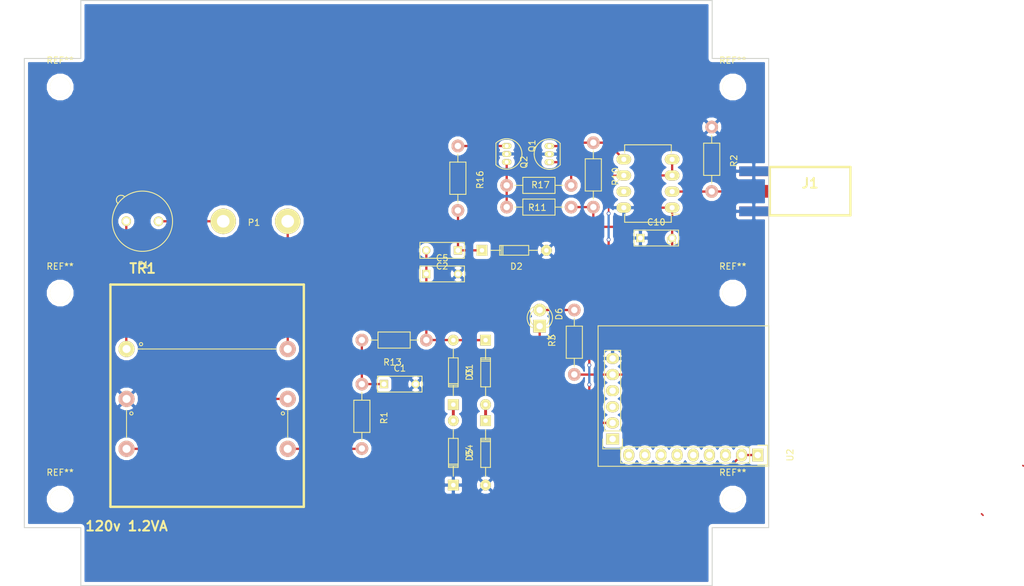
<source format=kicad_pcb>
(kicad_pcb (version 4) (host pcbnew 4.0.2-stable)

  (general
    (links 48)
    (no_connects 0)
    (area 23.952857 26.339999 185.693217 118.780001)
    (thickness 1.6)
    (drawings 12)
    (tracks 89)
    (zones 0)
    (modules 32)
    (nets 32)
  )

  (page A4)
  (layers
    (0 F.Cu signal)
    (31 B.Cu signal)
    (32 B.Adhes user)
    (33 F.Adhes user)
    (34 B.Paste user)
    (35 F.Paste user)
    (36 B.SilkS user)
    (37 F.SilkS user)
    (38 B.Mask user)
    (39 F.Mask user)
    (40 Dwgs.User user)
    (41 Cmts.User user)
    (42 Eco1.User user)
    (43 Eco2.User user)
    (44 Edge.Cuts user)
    (45 Margin user)
    (46 B.CrtYd user)
    (47 F.CrtYd user)
    (48 B.Fab user)
    (49 F.Fab user)
  )

  (setup
    (last_trace_width 0.25)
    (trace_clearance 0.2)
    (zone_clearance 0.508)
    (zone_45_only no)
    (trace_min 0.1524)
    (segment_width 0.2)
    (edge_width 0.15)
    (via_size 0.6)
    (via_drill 0.4)
    (via_min_size 0.4)
    (via_min_drill 0.3)
    (uvia_size 0.3)
    (uvia_drill 0.1)
    (uvias_allowed no)
    (uvia_min_size 0.2)
    (uvia_min_drill 0.1)
    (pcb_text_width 0.3)
    (pcb_text_size 1.5 1.5)
    (mod_edge_width 0.15)
    (mod_text_size 1 1)
    (mod_text_width 0.15)
    (pad_size 4.07162 1.99898)
    (pad_drill 0)
    (pad_to_mask_clearance 0.2)
    (aux_axis_origin 0 0)
    (grid_origin 19.05 20.32)
    (visible_elements 7FFFFFFF)
    (pcbplotparams
      (layerselection 0x00030_80000001)
      (usegerberextensions false)
      (excludeedgelayer true)
      (linewidth 0.100000)
      (plotframeref false)
      (viasonmask false)
      (mode 1)
      (useauxorigin false)
      (hpglpennumber 1)
      (hpglpenspeed 20)
      (hpglpendiameter 15)
      (hpglpenoverlay 2)
      (psnegative false)
      (psa4output false)
      (plotreference true)
      (plotvalue true)
      (plotinvisibletext false)
      (padsonsilk false)
      (subtractmaskfromsilk false)
      (outputformat 1)
      (mirror false)
      (drillshape 1)
      (scaleselection 1)
      (outputdirectory ""))
  )

  (net 0 "")
  (net 1 "Net-(C1-Pad1)")
  (net 2 GND)
  (net 3 "Net-(C2-Pad1)")
  (net 4 "Net-(D1-Pad1)")
  (net 5 "Net-(D3-Pad2)")
  (net 6 "Net-(Q1-Pad1)")
  (net 7 60PPS)
  (net 8 "Net-(Q2-Pad1)")
  (net 9 "Net-(R1-Pad2)")
  (net 10 CLAMP)
  (net 11 TRIG)
  (net 12 10MHz)
  (net 13 SERIAL_RX)
  (net 14 "Net-(P1-Pad2)")
  (net 15 "Net-(F1-Pad1)")
  (net 16 "Net-(F1-Pad2)")
  (net 17 "Net-(TR1-Pad4)")
  (net 18 +3V3)
  (net 19 "Net-(D6-Pad1)")
  (net 20 "Net-(D6-Pad2)")
  (net 21 "Net-(U1-Pad7)")
  (net 22 "Net-(U2-Pad3-3)")
  (net 23 "Net-(U2-Pad3-4)")
  (net 24 "Net-(U2-Pad3-5)")
  (net 25 "Net-(U2-Pad3-6)")
  (net 26 "Net-(U2-Pad3-7)")
  (net 27 "Net-(U2-Pad3-8)")
  (net 28 "Net-(U2-Pad3-9)")
  (net 29 "Net-(U2-Pad2-4)")
  (net 30 "Net-(U2-Pad2-3)")
  (net 31 "Net-(U2-Pad2-1)")

  (net_class Default "This is the default net class."
    (clearance 0.2)
    (trace_width 0.25)
    (via_dia 0.6)
    (via_drill 0.4)
    (uvia_dia 0.3)
    (uvia_drill 0.1)
    (add_net +3V3)
    (add_net 10MHz)
    (add_net 60PPS)
    (add_net CLAMP)
    (add_net GND)
    (add_net "Net-(C1-Pad1)")
    (add_net "Net-(C2-Pad1)")
    (add_net "Net-(D1-Pad1)")
    (add_net "Net-(D3-Pad2)")
    (add_net "Net-(D6-Pad1)")
    (add_net "Net-(D6-Pad2)")
    (add_net "Net-(F1-Pad1)")
    (add_net "Net-(F1-Pad2)")
    (add_net "Net-(P1-Pad2)")
    (add_net "Net-(Q1-Pad1)")
    (add_net "Net-(Q2-Pad1)")
    (add_net "Net-(R1-Pad2)")
    (add_net "Net-(TR1-Pad4)")
    (add_net "Net-(U1-Pad7)")
    (add_net "Net-(U2-Pad2-1)")
    (add_net "Net-(U2-Pad2-3)")
    (add_net "Net-(U2-Pad2-4)")
    (add_net "Net-(U2-Pad3-3)")
    (add_net "Net-(U2-Pad3-4)")
    (add_net "Net-(U2-Pad3-5)")
    (add_net "Net-(U2-Pad3-6)")
    (add_net "Net-(U2-Pad3-7)")
    (add_net "Net-(U2-Pad3-8)")
    (add_net "Net-(U2-Pad3-9)")
    (add_net SERIAL_RX)
    (add_net TRIG)
  )

  (module SMA_EDGE:SMA_EDGE (layer F.Cu) (tedit 571DBAD8) (tstamp 571301A0)
    (at 151.765 55.245)
    (path /57133FB1)
    (fp_text reference J1 (at 0 0) (layer F.SilkS)
      (effects (font (thickness 0.3048)))
    )
    (fp_text value SMA (at 0 2.54) (layer F.SilkS) hide
      (effects (font (thickness 0.3048)))
    )
    (fp_line (start -6.35 -2.5654) (end -6.35 5.0546) (layer F.SilkS) (width 0.381))
    (fp_line (start -6.35 5.0546) (end 6.35 5.0546) (layer F.SilkS) (width 0.381))
    (fp_line (start 6.35 5.0546) (end 6.35 -2.5654) (layer F.SilkS) (width 0.381))
    (fp_line (start 6.35 -2.5654) (end -6.35 -2.5654) (layer F.SilkS) (width 0.381))
    (pad 0 connect rect (at -8.8773 -1.89484) (size 4.572 1.524) (layers *.Cu F.Mask)
      (net 2 GND))
    (pad 1 connect trapezoid (at -6.858 1.27) (size 0.50038 0.762) (rect_delta 0.59944 0 ) (layers F.Cu F.Mask)
      (net 12 10MHz))
    (pad 2 connect rect (at -8.8773 4.42976) (size 4.572 1.524) (layers *.Cu F.Mask)
      (net 2 GND))
    (pad 1 connect rect (at -8.636 1.27) (size 4.07162 1.99898) (layers F.Cu F.Mask)
      (net 12 10MHz))
    (model SMA_EDGE.wrl
      (at (xyz -0.205 -0.05 -0.12))
      (scale (xyz 1.3 1.3 1.3))
      (rotate (xyz 270 0 180))
    )
  )

  (module Wire_Connections_Bridges:WireConnection_2.00mmDrill (layer F.Cu) (tedit 0) (tstamp 571604E2)
    (at 59.2836 61.2394)
    (descr "WireConnection with 2mm drill")
    (path /571315A0)
    (fp_text reference P1 (at 4.8514 0.2032) (layer F.SilkS)
      (effects (font (size 1 1) (thickness 0.15)))
    )
    (fp_text value CONN_01X03 (at 5.08 3.81) (layer F.Fab)
      (effects (font (size 1 1) (thickness 0.15)))
    )
    (fp_line (start 14.0716 -3.7592) (end 13.8684 -3.6576) (layer Cmts.User) (width 0.381))
    (fp_line (start 13.8684 -3.6576) (end 13.6398 -3.6576) (layer Cmts.User) (width 0.381))
    (fp_line (start 13.6398 -3.6576) (end 13.4366 -3.7592) (layer Cmts.User) (width 0.381))
    (fp_line (start 13.4366 -3.7592) (end 13.3604 -4.1148) (layer Cmts.User) (width 0.381))
    (fp_line (start 13.3604 -4.1148) (end 13.3604 -4.572) (layer Cmts.User) (width 0.381))
    (fp_line (start 13.3604 -4.572) (end 13.462 -4.6482) (layer Cmts.User) (width 0.381))
    (fp_line (start 13.462 -4.6482) (end 13.7668 -4.7244) (layer Cmts.User) (width 0.381))
    (fp_line (start 13.7668 -4.7244) (end 13.9954 -4.6736) (layer Cmts.User) (width 0.381))
    (fp_line (start 13.9954 -4.6736) (end 14.0462 -4.318) (layer Cmts.User) (width 0.381))
    (fp_line (start 14.0462 -4.318) (end 13.4366 -4.191) (layer Cmts.User) (width 0.381))
    (fp_line (start 13.4366 -4.191) (end 13.4366 -4.2418) (layer Cmts.User) (width 0.381))
    (fp_line (start 12.7508 -3.7084) (end 12.4206 -3.7084) (layer Cmts.User) (width 0.381))
    (fp_line (start 12.4206 -3.7084) (end 12.2174 -3.7084) (layer Cmts.User) (width 0.381))
    (fp_line (start 12.2174 -3.7084) (end 12.0396 -3.8608) (layer Cmts.User) (width 0.381))
    (fp_line (start 12.0396 -3.8608) (end 12.0396 -4.2418) (layer Cmts.User) (width 0.381))
    (fp_line (start 12.0396 -4.2418) (end 12.1412 -4.572) (layer Cmts.User) (width 0.381))
    (fp_line (start 12.1412 -4.572) (end 12.2936 -4.6482) (layer Cmts.User) (width 0.381))
    (fp_line (start 12.2936 -4.6482) (end 12.573 -4.6482) (layer Cmts.User) (width 0.381))
    (fp_line (start 12.573 -4.6482) (end 12.7508 -4.572) (layer Cmts.User) (width 0.381))
    (fp_line (start 12.7508 -4.572) (end 12.7762 -4.2672) (layer Cmts.User) (width 0.381))
    (fp_line (start 12.7762 -4.2672) (end 12.1412 -4.2418) (layer Cmts.User) (width 0.381))
    (fp_line (start 11.2268 -4.5212) (end 11.6078 -4.6736) (layer Cmts.User) (width 0.381))
    (fp_line (start 11.6078 -4.6736) (end 11.6332 -4.6736) (layer Cmts.User) (width 0.381))
    (fp_line (start 11.2014 -4.7244) (end 11.2014 -3.6576) (layer Cmts.User) (width 0.381))
    (fp_line (start 9.9822 -4.6736) (end 10.668 -4.7244) (layer Cmts.User) (width 0.381))
    (fp_line (start 10.7188 -5.207) (end 10.541 -5.207) (layer Cmts.User) (width 0.381))
    (fp_line (start 10.541 -5.207) (end 10.3886 -5.08) (layer Cmts.User) (width 0.381))
    (fp_line (start 10.3886 -5.08) (end 10.3378 -3.7084) (layer Cmts.User) (width 0.381))
    (fp_line (start 8.4328 -4.5974) (end 8.3058 -4.6736) (layer Cmts.User) (width 0.381))
    (fp_line (start 8.3058 -4.6736) (end 8.0264 -4.6736) (layer Cmts.User) (width 0.381))
    (fp_line (start 8.0264 -4.6736) (end 7.874 -4.445) (layer Cmts.User) (width 0.381))
    (fp_line (start 7.874 -4.445) (end 7.8994 -4.2672) (layer Cmts.User) (width 0.381))
    (fp_line (start 7.8994 -4.2672) (end 8.1788 -4.191) (layer Cmts.User) (width 0.381))
    (fp_line (start 8.1788 -4.191) (end 8.4328 -4.1148) (layer Cmts.User) (width 0.381))
    (fp_line (start 8.4328 -4.1148) (end 8.4836 -3.8354) (layer Cmts.User) (width 0.381))
    (fp_line (start 8.4836 -3.8354) (end 8.2804 -3.6576) (layer Cmts.User) (width 0.381))
    (fp_line (start 8.2804 -3.6576) (end 7.8994 -3.7084) (layer Cmts.User) (width 0.381))
    (fp_line (start 7.1628 -3.6576) (end 6.8072 -3.7592) (layer Cmts.User) (width 0.381))
    (fp_line (start 6.8072 -3.7592) (end 6.604 -3.8354) (layer Cmts.User) (width 0.381))
    (fp_line (start 6.604 -3.8354) (end 6.477 -4.1656) (layer Cmts.User) (width 0.381))
    (fp_line (start 6.477 -4.1656) (end 6.477 -4.4704) (layer Cmts.User) (width 0.381))
    (fp_line (start 6.477 -4.4704) (end 6.6802 -4.6736) (layer Cmts.User) (width 0.381))
    (fp_line (start 6.6802 -4.6736) (end 7.0104 -4.7244) (layer Cmts.User) (width 0.381))
    (fp_line (start 7.2136 -5.207) (end 7.2136 -3.6576) (layer Cmts.User) (width 0.381))
    (fp_line (start 5.715 -3.6576) (end 5.2578 -3.7084) (layer Cmts.User) (width 0.381))
    (fp_line (start 5.2578 -3.7084) (end 5.1054 -3.9116) (layer Cmts.User) (width 0.381))
    (fp_line (start 5.1054 -3.9116) (end 5.1308 -4.191) (layer Cmts.User) (width 0.381))
    (fp_line (start 5.1308 -4.191) (end 5.842 -4.2418) (layer Cmts.User) (width 0.381))
    (fp_line (start 5.1054 -4.572) (end 5.3848 -4.7244) (layer Cmts.User) (width 0.381))
    (fp_line (start 5.3848 -4.7244) (end 5.6388 -4.6482) (layer Cmts.User) (width 0.381))
    (fp_line (start 5.6388 -4.6482) (end 5.7912 -4.4704) (layer Cmts.User) (width 0.381))
    (fp_line (start 5.7912 -4.4704) (end 5.842 -3.6322) (layer Cmts.User) (width 0.381))
    (fp_line (start 3.6068 -3.6576) (end 3.6322 -5.2578) (layer Cmts.User) (width 0.381))
    (fp_line (start 3.6322 -5.2578) (end 4.0894 -5.2578) (layer Cmts.User) (width 0.381))
    (fp_line (start 4.0894 -5.2578) (end 4.3688 -5.1308) (layer Cmts.User) (width 0.381))
    (fp_line (start 4.3688 -5.1308) (end 4.4958 -4.8768) (layer Cmts.User) (width 0.381))
    (fp_line (start 4.4958 -4.8768) (end 4.4958 -4.5974) (layer Cmts.User) (width 0.381))
    (fp_line (start 4.4958 -4.5974) (end 4.3688 -4.3942) (layer Cmts.User) (width 0.381))
    (fp_line (start 4.3688 -4.3942) (end 4.0894 -4.445) (layer Cmts.User) (width 0.381))
    (fp_line (start 4.0894 -4.445) (end 3.6322 -4.445) (layer Cmts.User) (width 0.381))
    (fp_line (start 1.778 -3.7592) (end 1.524 -3.6576) (layer Cmts.User) (width 0.381))
    (fp_line (start 1.524 -3.6576) (end 1.27 -3.7592) (layer Cmts.User) (width 0.381))
    (fp_line (start 1.27 -3.7592) (end 1.1176 -3.9116) (layer Cmts.User) (width 0.381))
    (fp_line (start 1.1176 -3.9116) (end 1.0414 -4.318) (layer Cmts.User) (width 0.381))
    (fp_line (start 1.0414 -4.318) (end 1.1684 -4.572) (layer Cmts.User) (width 0.381))
    (fp_line (start 1.1684 -4.572) (end 1.3716 -4.6736) (layer Cmts.User) (width 0.381))
    (fp_line (start 1.3716 -4.6736) (end 1.651 -4.6482) (layer Cmts.User) (width 0.381))
    (fp_line (start 1.651 -4.6482) (end 1.8034 -4.5212) (layer Cmts.User) (width 0.381))
    (fp_line (start 1.8034 -4.5212) (end 1.8034 -4.318) (layer Cmts.User) (width 0.381))
    (fp_line (start 1.8034 -4.318) (end 1.1684 -4.2418) (layer Cmts.User) (width 0.381))
    (fp_line (start -0.1524 -4.7244) (end 0.3048 -3.6576) (layer Cmts.User) (width 0.381))
    (fp_line (start 0.3048 -3.6576) (end 0.5842 -4.6736) (layer Cmts.User) (width 0.381))
    (fp_line (start 0.5842 -4.6736) (end 0.5588 -4.6736) (layer Cmts.User) (width 0.381))
    (fp_line (start -1.4732 -4.3942) (end -1.4732 -3.9116) (layer Cmts.User) (width 0.381))
    (fp_line (start -1.4732 -3.9116) (end -1.27 -3.7084) (layer Cmts.User) (width 0.381))
    (fp_line (start -1.27 -3.7084) (end -1.0414 -3.6576) (layer Cmts.User) (width 0.381))
    (fp_line (start -1.0414 -3.6576) (end -0.762 -3.7846) (layer Cmts.User) (width 0.381))
    (fp_line (start -0.762 -3.7846) (end -0.6604 -3.9878) (layer Cmts.User) (width 0.381))
    (fp_line (start -0.6604 -3.9878) (end -0.6604 -4.445) (layer Cmts.User) (width 0.381))
    (fp_line (start -0.6604 -4.445) (end -0.8382 -4.6482) (layer Cmts.User) (width 0.381))
    (fp_line (start -0.8382 -4.6482) (end -1.1176 -4.7244) (layer Cmts.User) (width 0.381))
    (fp_line (start -1.1176 -4.7244) (end -1.4478 -4.4704) (layer Cmts.User) (width 0.381))
    (fp_line (start -3.0988 -3.6322) (end -3.0988 -5.2578) (layer Cmts.User) (width 0.381))
    (fp_line (start -3.0988 -5.2578) (end -2.6162 -4.1148) (layer Cmts.User) (width 0.381))
    (fp_line (start -2.6162 -4.1148) (end -2.1336 -5.1816) (layer Cmts.User) (width 0.381))
    (fp_line (start -2.1336 -5.1816) (end -2.1336 -3.6322) (layer Cmts.User) (width 0.381))
    (pad 1 thru_hole circle (at 0 0) (size 4.0005 4.0005) (drill 1.99898) (layers *.Cu *.Mask F.SilkS)
      (net 15 "Net-(F1-Pad1)"))
    (pad 2 thru_hole circle (at 10.16 0) (size 4.0005 4.0005) (drill 1.99898) (layers *.Cu *.Mask F.SilkS)
      (net 14 "Net-(P1-Pad2)"))
  )

  (module Mounting_Holes:MountingHole_3.2mm_M3 locked (layer F.Cu) (tedit 56D1B4CB) (tstamp 571D8B83)
    (at 139.585 105.060013)
    (descr "Mounting Hole 3.2mm, no annular, M3")
    (tags "mounting hole 3.2mm no annular m3")
    (fp_text reference REF** (at 0 -4.2) (layer F.SilkS)
      (effects (font (size 1 1) (thickness 0.15)))
    )
    (fp_text value MountingHole_3.2mm_M3 (at 0 4.2) (layer F.Fab)
      (effects (font (size 1 1) (thickness 0.15)))
    )
    (fp_circle (center 0 0) (end 3.2 0) (layer Cmts.User) (width 0.15))
    (fp_circle (center 0 0) (end 3.45 0) (layer F.CrtYd) (width 0.05))
    (pad 1 np_thru_hole circle (at 0 0) (size 3.2 3.2) (drill 3.2) (layers *.Cu *.Mask F.SilkS))
  )

  (module Mounting_Holes:MountingHole_3.2mm_M3 locked (layer F.Cu) (tedit 56D1B4CB) (tstamp 571D8B76)
    (at 139.585 72.560002)
    (descr "Mounting Hole 3.2mm, no annular, M3")
    (tags "mounting hole 3.2mm no annular m3")
    (fp_text reference REF** (at 0 -4.2) (layer F.SilkS)
      (effects (font (size 1 1) (thickness 0.15)))
    )
    (fp_text value MountingHole_3.2mm_M3 (at 0 4.2) (layer F.Fab)
      (effects (font (size 1 1) (thickness 0.15)))
    )
    (fp_circle (center 0 0) (end 3.2 0) (layer Cmts.User) (width 0.15))
    (fp_circle (center 0 0) (end 3.45 0) (layer F.CrtYd) (width 0.05))
    (pad 1 np_thru_hole circle (at 0 0) (size 3.2 3.2) (drill 3.2) (layers *.Cu *.Mask F.SilkS))
  )

  (module Mounting_Holes:MountingHole_3.2mm_M3 locked (layer F.Cu) (tedit 56D1B4CB) (tstamp 571D8958)
    (at 33.585 105.060013)
    (descr "Mounting Hole 3.2mm, no annular, M3")
    (tags "mounting hole 3.2mm no annular m3")
    (fp_text reference REF** (at 0 -4.2) (layer F.SilkS)
      (effects (font (size 1 1) (thickness 0.15)))
    )
    (fp_text value MountingHole_3.2mm_M3 (at 0 4.2) (layer F.Fab)
      (effects (font (size 1 1) (thickness 0.15)))
    )
    (fp_circle (center 0 0) (end 3.2 0) (layer Cmts.User) (width 0.15))
    (fp_circle (center 0 0) (end 3.45 0) (layer F.CrtYd) (width 0.05))
    (pad 1 np_thru_hole circle (at 0 0) (size 3.2 3.2) (drill 3.2) (layers *.Cu *.Mask F.SilkS))
  )

  (module Mounting_Holes:MountingHole_3.2mm_M3 locked (layer F.Cu) (tedit 56D1B4CB) (tstamp 571D8916)
    (at 33.585 72.560002)
    (descr "Mounting Hole 3.2mm, no annular, M3")
    (tags "mounting hole 3.2mm no annular m3")
    (fp_text reference REF** (at 0 -4.2) (layer F.SilkS)
      (effects (font (size 1 1) (thickness 0.15)))
    )
    (fp_text value MountingHole_3.2mm_M3 (at 0 4.2) (layer F.Fab)
      (effects (font (size 1 1) (thickness 0.15)))
    )
    (fp_circle (center 0 0) (end 3.2 0) (layer Cmts.User) (width 0.15))
    (fp_circle (center 0 0) (end 3.45 0) (layer F.CrtYd) (width 0.05))
    (pad 1 np_thru_hole circle (at 0 0) (size 3.2 3.2) (drill 3.2) (layers *.Cu *.Mask F.SilkS))
  )

  (module Mounting_Holes:MountingHole_3.2mm_M3 locked (layer F.Cu) (tedit 56D1B4CB) (tstamp 571D88AB)
    (at 139.585 40.059991)
    (descr "Mounting Hole 3.2mm, no annular, M3")
    (tags "mounting hole 3.2mm no annular m3")
    (fp_text reference REF** (at 0 -4.2) (layer F.SilkS)
      (effects (font (size 1 1) (thickness 0.15)))
    )
    (fp_text value MountingHole_3.2mm_M3 (at 0 4.2) (layer F.Fab)
      (effects (font (size 1 1) (thickness 0.15)))
    )
    (fp_circle (center 0 0) (end 3.2 0) (layer Cmts.User) (width 0.15))
    (fp_circle (center 0 0) (end 3.45 0) (layer F.CrtYd) (width 0.05))
    (pad 1 np_thru_hole circle (at 0 0) (size 3.2 3.2) (drill 3.2) (layers *.Cu *.Mask F.SilkS))
  )

  (module transformers-hammond:161E120 (layer F.Cu) (tedit 571462FA) (tstamp 57161BEB)
    (at 41.5036 71.2216)
    (path /57110439)
    (fp_text reference TR1 (at 5.08 -2.54) (layer F.SilkS)
      (effects (font (thickness 0.3048)))
    )
    (fp_text value "120v 1.2VA" (at 2.54 38.1) (layer F.SilkS)
      (effects (font (thickness 0.3048)))
    )
    (fp_line (start 26.162 10.16) (end 25.4 10.16) (layer F.SilkS) (width 0.15))
    (fp_line (start 4.318 10.16) (end 5.08 10.16) (layer F.SilkS) (width 0.15))
    (fp_line (start 2.54 19.812) (end 2.54 20.32) (layer F.SilkS) (width 0.15))
    (fp_line (start 27.94 19.812) (end 27.94 20.32) (layer F.SilkS) (width 0.15))
    (fp_circle (center 27.178 20.32) (end 27.178 20.066) (layer F.SilkS) (width 0.15))
    (fp_circle (center 3.302 20.32) (end 3.302 20.066) (layer F.SilkS) (width 0.15))
    (fp_circle (center 4.826 9.398) (end 4.826 9.144) (layer F.SilkS) (width 0.15))
    (fp_line (start 27.94 20.32) (end 27.94 24.13) (layer F.SilkS) (width 0.15))
    (fp_line (start 2.54 20.32) (end 2.54 24.13) (layer F.SilkS) (width 0.15))
    (fp_line (start 5.08 10.16) (end 25.4 10.16) (layer F.SilkS) (width 0.15))
    (fp_line (start 0 0) (end 30.48 0) (layer F.SilkS) (width 0.381))
    (fp_line (start 30.48 0) (end 30.48 35.052) (layer F.SilkS) (width 0.381))
    (fp_line (start 30.48 35.052) (end 0 35.052) (layer F.SilkS) (width 0.381))
    (fp_line (start 0 35.052) (end 0 0) (layer F.SilkS) (width 0.381))
    (pad 1 thru_hole circle (at 2.54 10.16) (size 2.54 2.54) (drill 1.27) (layers *.Cu *.Mask F.SilkS)
      (net 16 "Net-(F1-Pad2)"))
    (pad 2 thru_hole circle (at 27.94 10.16) (size 2.54 2.54) (drill 1.27) (layers *.Cu *.SilkS *.Mask)
      (net 14 "Net-(P1-Pad2)"))
    (pad 3 thru_hole circle (at 2.54 18.034) (size 2.54 2.54) (drill 1.27) (layers *.Cu *.SilkS *.Mask)
      (net 2 GND))
    (pad 4 thru_hole circle (at 2.54 25.908) (size 2.54 2.54) (drill 1.27) (layers *.Cu *.SilkS *.Mask)
      (net 17 "Net-(TR1-Pad4)"))
    (pad 5 thru_hole circle (at 27.94 18.034) (size 2.54 2.54) (drill 1.27) (layers *.Cu *.SilkS *.Mask)
      (net 17 "Net-(TR1-Pad4)"))
    (pad 6 thru_hole circle (at 27.94 25.908) (size 2.54 2.54) (drill 1.27) (layers *.Cu *.SilkS *.Mask)
      (net 9 "Net-(R1-Pad2)"))
    (model perso/Transfo_Serie_VB2.wrl
      (at (xyz 0 0 0))
      (scale (xyz 1 1 1))
      (rotate (xyz 0 0 0))
    )
  )

  (module Diodes_ThroughHole:Diode_DO-35_SOD27_Horizontal_RM10 (layer F.Cu) (tedit 552FFC30) (tstamp 5713ADE0)
    (at 95.542707 90.148383 90)
    (descr "Diode, DO-35,  SOD27, Horizontal, RM 10mm")
    (tags "Diode, DO-35, SOD27, Horizontal, RM 10mm, 1N4148,")
    (path /571107B6)
    (fp_text reference D1 (at 5.43052 2.53746 90) (layer F.SilkS)
      (effects (font (size 1 1) (thickness 0.15)))
    )
    (fp_text value 1N4148 (at 4.41452 -3.55854 90) (layer F.Fab)
      (effects (font (size 1 1) (thickness 0.15)))
    )
    (fp_line (start 7.36652 -0.00254) (end 8.76352 -0.00254) (layer F.SilkS) (width 0.15))
    (fp_line (start 2.92152 -0.00254) (end 1.39752 -0.00254) (layer F.SilkS) (width 0.15))
    (fp_line (start 3.30252 -0.76454) (end 3.30252 0.75946) (layer F.SilkS) (width 0.15))
    (fp_line (start 3.04852 -0.76454) (end 3.04852 0.75946) (layer F.SilkS) (width 0.15))
    (fp_line (start 2.79452 -0.00254) (end 2.79452 0.75946) (layer F.SilkS) (width 0.15))
    (fp_line (start 2.79452 0.75946) (end 7.36652 0.75946) (layer F.SilkS) (width 0.15))
    (fp_line (start 7.36652 0.75946) (end 7.36652 -0.76454) (layer F.SilkS) (width 0.15))
    (fp_line (start 7.36652 -0.76454) (end 2.79452 -0.76454) (layer F.SilkS) (width 0.15))
    (fp_line (start 2.79452 -0.76454) (end 2.79452 -0.00254) (layer F.SilkS) (width 0.15))
    (pad 2 thru_hole circle (at 10.16052 -0.00254 270) (size 1.69926 1.69926) (drill 0.70104) (layers *.Cu *.Mask F.SilkS)
      (net 10 CLAMP))
    (pad 1 thru_hole rect (at 0.00052 -0.00254 270) (size 1.69926 1.69926) (drill 0.70104) (layers *.Cu *.Mask F.SilkS)
      (net 4 "Net-(D1-Pad1)"))
    (model Diodes_ThroughHole.3dshapes/Diode_DO-35_SOD27_Horizontal_RM10.wrl
      (at (xyz 0.2 0 0))
      (scale (xyz 0.4 0.4 0.4))
      (rotate (xyz 0 0 180))
    )
  )

  (module Diodes_ThroughHole:Diode_DO-35_SOD27_Horizontal_RM10 (layer F.Cu) (tedit 552FFC30) (tstamp 5713ADE6)
    (at 100.05008 65.82664)
    (descr "Diode, DO-35,  SOD27, Horizontal, RM 10mm")
    (tags "Diode, DO-35, SOD27, Horizontal, RM 10mm, 1N4148,")
    (path /57110F47)
    (fp_text reference D2 (at 5.43052 2.53746) (layer F.SilkS)
      (effects (font (size 1 1) (thickness 0.15)))
    )
    (fp_text value 1N4148 (at 4.41452 -3.55854) (layer F.Fab)
      (effects (font (size 1 1) (thickness 0.15)))
    )
    (fp_line (start 7.36652 -0.00254) (end 8.76352 -0.00254) (layer F.SilkS) (width 0.15))
    (fp_line (start 2.92152 -0.00254) (end 1.39752 -0.00254) (layer F.SilkS) (width 0.15))
    (fp_line (start 3.30252 -0.76454) (end 3.30252 0.75946) (layer F.SilkS) (width 0.15))
    (fp_line (start 3.04852 -0.76454) (end 3.04852 0.75946) (layer F.SilkS) (width 0.15))
    (fp_line (start 2.79452 -0.00254) (end 2.79452 0.75946) (layer F.SilkS) (width 0.15))
    (fp_line (start 2.79452 0.75946) (end 7.36652 0.75946) (layer F.SilkS) (width 0.15))
    (fp_line (start 7.36652 0.75946) (end 7.36652 -0.76454) (layer F.SilkS) (width 0.15))
    (fp_line (start 7.36652 -0.76454) (end 2.79452 -0.76454) (layer F.SilkS) (width 0.15))
    (fp_line (start 2.79452 -0.76454) (end 2.79452 -0.00254) (layer F.SilkS) (width 0.15))
    (pad 2 thru_hole circle (at 10.16052 -0.00254 180) (size 1.69926 1.69926) (drill 0.70104) (layers *.Cu *.Mask F.SilkS)
      (net 2 GND))
    (pad 1 thru_hole rect (at 0.00052 -0.00254 180) (size 1.69926 1.69926) (drill 0.70104) (layers *.Cu *.Mask F.SilkS)
      (net 3 "Net-(C2-Pad1)"))
    (model Diodes_ThroughHole.3dshapes/Diode_DO-35_SOD27_Horizontal_RM10.wrl
      (at (xyz 0.2 0 0))
      (scale (xyz 0.4 0.4 0.4))
      (rotate (xyz 0 0 180))
    )
  )

  (module Diodes_ThroughHole:Diode_DO-35_SOD27_Horizontal_RM10 (layer F.Cu) (tedit 552FFC30) (tstamp 5713ADF2)
    (at 95.542707 102.848383 90)
    (descr "Diode, DO-35,  SOD27, Horizontal, RM 10mm")
    (tags "Diode, DO-35, SOD27, Horizontal, RM 10mm, 1N4148,")
    (path /57110808)
    (fp_text reference D4 (at 5.43052 2.53746 90) (layer F.SilkS)
      (effects (font (size 1 1) (thickness 0.15)))
    )
    (fp_text value 1N4148 (at 4.41452 -3.55854 90) (layer F.Fab)
      (effects (font (size 1 1) (thickness 0.15)))
    )
    (fp_line (start 7.36652 -0.00254) (end 8.76352 -0.00254) (layer F.SilkS) (width 0.15))
    (fp_line (start 2.92152 -0.00254) (end 1.39752 -0.00254) (layer F.SilkS) (width 0.15))
    (fp_line (start 3.30252 -0.76454) (end 3.30252 0.75946) (layer F.SilkS) (width 0.15))
    (fp_line (start 3.04852 -0.76454) (end 3.04852 0.75946) (layer F.SilkS) (width 0.15))
    (fp_line (start 2.79452 -0.00254) (end 2.79452 0.75946) (layer F.SilkS) (width 0.15))
    (fp_line (start 2.79452 0.75946) (end 7.36652 0.75946) (layer F.SilkS) (width 0.15))
    (fp_line (start 7.36652 0.75946) (end 7.36652 -0.76454) (layer F.SilkS) (width 0.15))
    (fp_line (start 7.36652 -0.76454) (end 2.79452 -0.76454) (layer F.SilkS) (width 0.15))
    (fp_line (start 2.79452 -0.76454) (end 2.79452 -0.00254) (layer F.SilkS) (width 0.15))
    (pad 2 thru_hole circle (at 10.16052 -0.00254 270) (size 1.69926 1.69926) (drill 0.70104) (layers *.Cu *.Mask F.SilkS)
      (net 4 "Net-(D1-Pad1)"))
    (pad 1 thru_hole rect (at 0.00052 -0.00254 270) (size 1.69926 1.69926) (drill 0.70104) (layers *.Cu *.Mask F.SilkS)
      (net 2 GND))
    (model Diodes_ThroughHole.3dshapes/Diode_DO-35_SOD27_Horizontal_RM10.wrl
      (at (xyz 0.2 0 0))
      (scale (xyz 0.4 0.4 0.4))
      (rotate (xyz 0 0 180))
    )
  )

  (module Diodes_ThroughHole:Diode_DO-35_SOD27_Horizontal_RM10 (layer F.Cu) (tedit 552FFC30) (tstamp 5713ADF8)
    (at 100.622707 92.688383 270)
    (descr "Diode, DO-35,  SOD27, Horizontal, RM 10mm")
    (tags "Diode, DO-35, SOD27, Horizontal, RM 10mm, 1N4148,")
    (path /571108F4)
    (fp_text reference D5 (at 5.43052 2.53746 270) (layer F.SilkS)
      (effects (font (size 1 1) (thickness 0.15)))
    )
    (fp_text value 1N4148 (at 4.41452 -3.55854 270) (layer F.Fab)
      (effects (font (size 1 1) (thickness 0.15)))
    )
    (fp_line (start 7.36652 -0.00254) (end 8.76352 -0.00254) (layer F.SilkS) (width 0.15))
    (fp_line (start 2.92152 -0.00254) (end 1.39752 -0.00254) (layer F.SilkS) (width 0.15))
    (fp_line (start 3.30252 -0.76454) (end 3.30252 0.75946) (layer F.SilkS) (width 0.15))
    (fp_line (start 3.04852 -0.76454) (end 3.04852 0.75946) (layer F.SilkS) (width 0.15))
    (fp_line (start 2.79452 -0.00254) (end 2.79452 0.75946) (layer F.SilkS) (width 0.15))
    (fp_line (start 2.79452 0.75946) (end 7.36652 0.75946) (layer F.SilkS) (width 0.15))
    (fp_line (start 7.36652 0.75946) (end 7.36652 -0.76454) (layer F.SilkS) (width 0.15))
    (fp_line (start 7.36652 -0.76454) (end 2.79452 -0.76454) (layer F.SilkS) (width 0.15))
    (fp_line (start 2.79452 -0.76454) (end 2.79452 -0.00254) (layer F.SilkS) (width 0.15))
    (pad 2 thru_hole circle (at 10.16052 -0.00254 90) (size 1.69926 1.69926) (drill 0.70104) (layers *.Cu *.Mask F.SilkS)
      (net 2 GND))
    (pad 1 thru_hole rect (at 0.00052 -0.00254 90) (size 1.69926 1.69926) (drill 0.70104) (layers *.Cu *.Mask F.SilkS)
      (net 5 "Net-(D3-Pad2)"))
    (model Diodes_ThroughHole.3dshapes/Diode_DO-35_SOD27_Horizontal_RM10.wrl
      (at (xyz 0.2 0 0))
      (scale (xyz 0.4 0.4 0.4))
      (rotate (xyz 0 0 180))
    )
  )

  (module TO_SOT_Packages_THT:TO-92_Inline_Narrow_Oval (layer F.Cu) (tedit 54F24281) (tstamp 5713ADFF)
    (at 103.9495 49.3522 270)
    (descr "TO-92 leads in-line, narrow, oval pads, drill 0.6mm (see NXP sot054_po.pdf)")
    (tags "to-92 sc-43 sc-43a sot54 PA33 transistor")
    (path /571112EF)
    (fp_text reference Q1 (at 0 -4 270) (layer F.SilkS)
      (effects (font (size 1 1) (thickness 0.15)))
    )
    (fp_text value 2N3904 (at 0 3 270) (layer F.Fab)
      (effects (font (size 1 1) (thickness 0.15)))
    )
    (fp_line (start -1.4 1.95) (end -1.4 -2.65) (layer F.CrtYd) (width 0.05))
    (fp_line (start -1.4 1.95) (end 3.95 1.95) (layer F.CrtYd) (width 0.05))
    (fp_line (start -0.43 1.7) (end 2.97 1.7) (layer F.SilkS) (width 0.15))
    (fp_arc (start 1.27 0) (end 1.27 -2.4) (angle -135) (layer F.SilkS) (width 0.15))
    (fp_arc (start 1.27 0) (end 1.27 -2.4) (angle 135) (layer F.SilkS) (width 0.15))
    (fp_line (start -1.4 -2.65) (end 3.95 -2.65) (layer F.CrtYd) (width 0.05))
    (fp_line (start 3.95 1.95) (end 3.95 -2.65) (layer F.CrtYd) (width 0.05))
    (pad 2 thru_hole oval (at 1.27 0 90) (size 0.89916 1.50114) (drill 0.6) (layers *.Cu *.Mask F.SilkS)
      (net 2 GND))
    (pad 3 thru_hole oval (at 2.54 0 90) (size 0.89916 1.50114) (drill 0.6) (layers *.Cu *.Mask F.SilkS)
      (net 11 TRIG))
    (pad 1 thru_hole oval (at 0 0 90) (size 0.89916 1.50114) (drill 0.6) (layers *.Cu *.Mask F.SilkS)
      (net 6 "Net-(Q1-Pad1)"))
    (model TO_SOT_Packages_THT.3dshapes/TO-92_Inline_Narrow_Oval.wrl
      (at (xyz 0.05 0 0))
      (scale (xyz 1 1 1))
      (rotate (xyz 0 0 -90))
    )
  )

  (module TO_SOT_Packages_THT:TO-92_Inline_Narrow_Oval (layer F.Cu) (tedit 54F24281) (tstamp 5713AE06)
    (at 110.6805 51.9176 90)
    (descr "TO-92 leads in-line, narrow, oval pads, drill 0.6mm (see NXP sot054_po.pdf)")
    (tags "to-92 sc-43 sc-43a sot54 PA33 transistor")
    (path /57111736)
    (fp_text reference Q2 (at 0 -4 90) (layer F.SilkS)
      (effects (font (size 1 1) (thickness 0.15)))
    )
    (fp_text value 2N3904 (at 0 3 90) (layer F.Fab)
      (effects (font (size 1 1) (thickness 0.15)))
    )
    (fp_line (start -1.4 1.95) (end -1.4 -2.65) (layer F.CrtYd) (width 0.05))
    (fp_line (start -1.4 1.95) (end 3.95 1.95) (layer F.CrtYd) (width 0.05))
    (fp_line (start -0.43 1.7) (end 2.97 1.7) (layer F.SilkS) (width 0.15))
    (fp_arc (start 1.27 0) (end 1.27 -2.4) (angle -135) (layer F.SilkS) (width 0.15))
    (fp_arc (start 1.27 0) (end 1.27 -2.4) (angle 135) (layer F.SilkS) (width 0.15))
    (fp_line (start -1.4 -2.65) (end 3.95 -2.65) (layer F.CrtYd) (width 0.05))
    (fp_line (start 3.95 1.95) (end 3.95 -2.65) (layer F.CrtYd) (width 0.05))
    (pad 2 thru_hole oval (at 1.27 0 270) (size 0.89916 1.50114) (drill 0.6) (layers *.Cu *.Mask F.SilkS)
      (net 2 GND))
    (pad 3 thru_hole oval (at 2.54 0 270) (size 0.89916 1.50114) (drill 0.6) (layers *.Cu *.Mask F.SilkS)
      (net 7 60PPS))
    (pad 1 thru_hole oval (at 0 0 270) (size 0.89916 1.50114) (drill 0.6) (layers *.Cu *.Mask F.SilkS)
      (net 8 "Net-(Q2-Pad1)"))
    (model TO_SOT_Packages_THT.3dshapes/TO-92_Inline_Narrow_Oval.wrl
      (at (xyz 0.05 0 0))
      (scale (xyz 1 1 1))
      (rotate (xyz 0 0 -90))
    )
  )

  (module Fuse_Holders_and_Fuses:Fuseholder_Fuse_TR5_Littlefuse-No560_No460 (layer F.Cu) (tedit 0) (tstamp 571604E1)
    (at 46.5455 61.2394 180)
    (descr "Fuse, Fuseholder, TR5, Littlefuse/Wickmann, No. 460, No560,")
    (tags "Fuse, Fuseholder, TR5, Littlefuse/Wickmann, No. 460, No560,")
    (path /5714335E)
    (fp_text reference F1 (at -0.14986 -6.89102 180) (layer F.SilkS)
      (effects (font (size 1 1) (thickness 0.15)))
    )
    (fp_text value 50mA (at -0.14986 7.4295 180) (layer F.Fab)
      (effects (font (size 1 1) (thickness 0.15)))
    )
    (fp_line (start 3.85064 2.78892) (end 3.97002 2.93116) (layer F.SilkS) (width 0.15))
    (fp_line (start 3.97002 2.93116) (end 4.05892 3.09118) (layer F.SilkS) (width 0.15))
    (fp_line (start 4.05892 3.09118) (end 4.10972 3.3401) (layer F.SilkS) (width 0.15))
    (fp_line (start 4.10972 3.3401) (end 4.07924 3.59918) (layer F.SilkS) (width 0.15))
    (fp_line (start 4.07924 3.59918) (end 3.92938 3.8608) (layer F.SilkS) (width 0.15))
    (fp_line (start 3.92938 3.8608) (end 3.71094 4.03098) (layer F.SilkS) (width 0.15))
    (fp_line (start 3.71094 4.03098) (end 3.41884 4.10972) (layer F.SilkS) (width 0.15))
    (fp_line (start 3.41884 4.10972) (end 3.12928 4.06908) (layer F.SilkS) (width 0.15))
    (fp_line (start 3.12928 4.06908) (end 2.94894 3.99034) (layer F.SilkS) (width 0.15))
    (fp_line (start 2.94894 3.99034) (end 2.8194 3.84048) (layer F.SilkS) (width 0.15))
    (fp_circle (center 0 0.01016) (end 4.7498 0.01016) (layer F.SilkS) (width 0.15))
    (pad 1 thru_hole circle (at -2.54 0 180) (size 1.50114 1.50114) (drill 1.00076) (layers *.Cu *.Mask F.SilkS)
      (net 15 "Net-(F1-Pad1)"))
    (pad 2 thru_hole circle (at 2.54 0.01016 180) (size 1.50114 1.50114) (drill 1.00076) (layers *.Cu *.Mask F.SilkS)
      (net 16 "Net-(F1-Pad2)"))
  )

  (module Resistors_ThroughHole:Resistor_Horizontal_RM10mm (layer F.Cu) (tedit 56648415) (tstamp 5713AE0C)
    (at 81.1276 86.9188 270)
    (descr "Resistor, Axial,  RM 10mm, 1/3W")
    (tags "Resistor Axial RM 10mm 1/3W")
    (path /5711056B)
    (fp_text reference R1 (at 5.32892 -3.50012 270) (layer F.SilkS)
      (effects (font (size 1 1) (thickness 0.15)))
    )
    (fp_text value "2k 1W" (at 5.08 3.81 270) (layer F.Fab)
      (effects (font (size 1 1) (thickness 0.15)))
    )
    (fp_line (start -1.25 -1.5) (end 11.4 -1.5) (layer F.CrtYd) (width 0.05))
    (fp_line (start -1.25 1.5) (end -1.25 -1.5) (layer F.CrtYd) (width 0.05))
    (fp_line (start 11.4 -1.5) (end 11.4 1.5) (layer F.CrtYd) (width 0.05))
    (fp_line (start -1.25 1.5) (end 11.4 1.5) (layer F.CrtYd) (width 0.05))
    (fp_line (start 2.54 -1.27) (end 7.62 -1.27) (layer F.SilkS) (width 0.15))
    (fp_line (start 7.62 -1.27) (end 7.62 1.27) (layer F.SilkS) (width 0.15))
    (fp_line (start 7.62 1.27) (end 2.54 1.27) (layer F.SilkS) (width 0.15))
    (fp_line (start 2.54 1.27) (end 2.54 -1.27) (layer F.SilkS) (width 0.15))
    (fp_line (start 2.54 0) (end 1.27 0) (layer F.SilkS) (width 0.15))
    (fp_line (start 7.62 0) (end 8.89 0) (layer F.SilkS) (width 0.15))
    (pad 1 thru_hole circle (at 0 0 270) (size 1.99898 1.99898) (drill 1.00076) (layers *.Cu *.SilkS *.Mask)
      (net 1 "Net-(C1-Pad1)"))
    (pad 2 thru_hole circle (at 10.16 0 270) (size 1.99898 1.99898) (drill 1.00076) (layers *.Cu *.SilkS *.Mask)
      (net 9 "Net-(R1-Pad2)"))
    (model Resistors_ThroughHole.3dshapes/Resistor_Horizontal_RM10mm.wrl
      (at (xyz 0.2 0 0))
      (scale (xyz 0.4 0.4 0.4))
      (rotate (xyz 0 0 0))
    )
  )

  (module Resistors_ThroughHole:Resistor_Horizontal_RM10mm (layer F.Cu) (tedit 56648415) (tstamp 5713AE1E)
    (at 91.2876 79.9719 180)
    (descr "Resistor, Axial,  RM 10mm, 1/3W")
    (tags "Resistor Axial RM 10mm 1/3W")
    (path /571105B8)
    (fp_text reference R13 (at 5.32892 -3.50012 180) (layer F.SilkS)
      (effects (font (size 1 1) (thickness 0.15)))
    )
    (fp_text value "20k 2W" (at 5.08 3.81 180) (layer F.Fab)
      (effects (font (size 1 1) (thickness 0.15)))
    )
    (fp_line (start -1.25 -1.5) (end 11.4 -1.5) (layer F.CrtYd) (width 0.05))
    (fp_line (start -1.25 1.5) (end -1.25 -1.5) (layer F.CrtYd) (width 0.05))
    (fp_line (start 11.4 -1.5) (end 11.4 1.5) (layer F.CrtYd) (width 0.05))
    (fp_line (start -1.25 1.5) (end 11.4 1.5) (layer F.CrtYd) (width 0.05))
    (fp_line (start 2.54 -1.27) (end 7.62 -1.27) (layer F.SilkS) (width 0.15))
    (fp_line (start 7.62 -1.27) (end 7.62 1.27) (layer F.SilkS) (width 0.15))
    (fp_line (start 7.62 1.27) (end 2.54 1.27) (layer F.SilkS) (width 0.15))
    (fp_line (start 2.54 1.27) (end 2.54 -1.27) (layer F.SilkS) (width 0.15))
    (fp_line (start 2.54 0) (end 1.27 0) (layer F.SilkS) (width 0.15))
    (fp_line (start 7.62 0) (end 8.89 0) (layer F.SilkS) (width 0.15))
    (pad 1 thru_hole circle (at 0 0 180) (size 1.99898 1.99898) (drill 1.00076) (layers *.Cu *.SilkS *.Mask)
      (net 10 CLAMP))
    (pad 2 thru_hole circle (at 10.16 0 180) (size 1.99898 1.99898) (drill 1.00076) (layers *.Cu *.SilkS *.Mask)
      (net 1 "Net-(C1-Pad1)"))
    (model Resistors_ThroughHole.3dshapes/Resistor_Horizontal_RM10mm.wrl
      (at (xyz 0.2 0 0))
      (scale (xyz 0.4 0.4 0.4))
      (rotate (xyz 0 0 0))
    )
  )

  (module Diodes_ThroughHole:Diode_DO-35_SOD27_Horizontal_RM10 (layer F.Cu) (tedit 552FFC30) (tstamp 5713ADEC)
    (at 100.622707 79.988383 270)
    (descr "Diode, DO-35,  SOD27, Horizontal, RM 10mm")
    (tags "Diode, DO-35, SOD27, Horizontal, RM 10mm, 1N4148,")
    (path /57110841)
    (fp_text reference D3 (at 5.43052 2.53746 270) (layer F.SilkS)
      (effects (font (size 1 1) (thickness 0.15)))
    )
    (fp_text value 1N4148 (at 4.41452 -3.55854 270) (layer F.Fab)
      (effects (font (size 1 1) (thickness 0.15)))
    )
    (fp_line (start 7.36652 -0.00254) (end 8.76352 -0.00254) (layer F.SilkS) (width 0.15))
    (fp_line (start 2.92152 -0.00254) (end 1.39752 -0.00254) (layer F.SilkS) (width 0.15))
    (fp_line (start 3.30252 -0.76454) (end 3.30252 0.75946) (layer F.SilkS) (width 0.15))
    (fp_line (start 3.04852 -0.76454) (end 3.04852 0.75946) (layer F.SilkS) (width 0.15))
    (fp_line (start 2.79452 -0.00254) (end 2.79452 0.75946) (layer F.SilkS) (width 0.15))
    (fp_line (start 2.79452 0.75946) (end 7.36652 0.75946) (layer F.SilkS) (width 0.15))
    (fp_line (start 7.36652 0.75946) (end 7.36652 -0.76454) (layer F.SilkS) (width 0.15))
    (fp_line (start 7.36652 -0.76454) (end 2.79452 -0.76454) (layer F.SilkS) (width 0.15))
    (fp_line (start 2.79452 -0.76454) (end 2.79452 -0.00254) (layer F.SilkS) (width 0.15))
    (pad 2 thru_hole circle (at 10.16052 -0.00254 90) (size 1.69926 1.69926) (drill 0.70104) (layers *.Cu *.Mask F.SilkS)
      (net 5 "Net-(D3-Pad2)"))
    (pad 1 thru_hole rect (at 0.00052 -0.00254 90) (size 1.69926 1.69926) (drill 0.70104) (layers *.Cu *.Mask F.SilkS)
      (net 10 CLAMP))
    (model Diodes_ThroughHole.3dshapes/Diode_DO-35_SOD27_Horizontal_RM10.wrl
      (at (xyz 0.2 0 0))
      (scale (xyz 0.4 0.4 0.4))
      (rotate (xyz 0 0 180))
    )
  )

  (module Resistors_ThroughHole:Resistor_Horizontal_RM10mm (layer F.Cu) (tedit 56648415) (tstamp 5713AE24)
    (at 96.2533 49.3649 270)
    (descr "Resistor, Axial,  RM 10mm, 1/3W")
    (tags "Resistor Axial RM 10mm 1/3W")
    (path /57110FF5)
    (fp_text reference R16 (at 5.32892 -3.50012 270) (layer F.SilkS)
      (effects (font (size 1 1) (thickness 0.15)))
    )
    (fp_text value 1k (at 5.08 3.81 270) (layer F.Fab)
      (effects (font (size 1 1) (thickness 0.15)))
    )
    (fp_line (start -1.25 -1.5) (end 11.4 -1.5) (layer F.CrtYd) (width 0.05))
    (fp_line (start -1.25 1.5) (end -1.25 -1.5) (layer F.CrtYd) (width 0.05))
    (fp_line (start 11.4 -1.5) (end 11.4 1.5) (layer F.CrtYd) (width 0.05))
    (fp_line (start -1.25 1.5) (end 11.4 1.5) (layer F.CrtYd) (width 0.05))
    (fp_line (start 2.54 -1.27) (end 7.62 -1.27) (layer F.SilkS) (width 0.15))
    (fp_line (start 7.62 -1.27) (end 7.62 1.27) (layer F.SilkS) (width 0.15))
    (fp_line (start 7.62 1.27) (end 2.54 1.27) (layer F.SilkS) (width 0.15))
    (fp_line (start 2.54 1.27) (end 2.54 -1.27) (layer F.SilkS) (width 0.15))
    (fp_line (start 2.54 0) (end 1.27 0) (layer F.SilkS) (width 0.15))
    (fp_line (start 7.62 0) (end 8.89 0) (layer F.SilkS) (width 0.15))
    (pad 1 thru_hole circle (at 0 0 270) (size 1.99898 1.99898) (drill 1.00076) (layers *.Cu *.SilkS *.Mask)
      (net 6 "Net-(Q1-Pad1)"))
    (pad 2 thru_hole circle (at 10.16 0 270) (size 1.99898 1.99898) (drill 1.00076) (layers *.Cu *.SilkS *.Mask)
      (net 3 "Net-(C2-Pad1)"))
    (model Resistors_ThroughHole.3dshapes/Resistor_Horizontal_RM10mm.wrl
      (at (xyz 0.2 0 0))
      (scale (xyz 0.4 0.4 0.4))
      (rotate (xyz 0 0 0))
    )
  )

  (module Resistors_ThroughHole:Resistor_Horizontal_RM10mm (layer F.Cu) (tedit 56648415) (tstamp 5713AE2A)
    (at 103.9495 59.0042)
    (descr "Resistor, Axial,  RM 10mm, 1/3W")
    (tags "Resistor Axial RM 10mm 1/3W")
    (path /571113ED)
    (fp_text reference R17 (at 5.32892 -3.50012) (layer F.SilkS)
      (effects (font (size 1 1) (thickness 0.15)))
    )
    (fp_text value 250 (at 5.08 3.81) (layer F.Fab)
      (effects (font (size 1 1) (thickness 0.15)))
    )
    (fp_line (start -1.25 -1.5) (end 11.4 -1.5) (layer F.CrtYd) (width 0.05))
    (fp_line (start -1.25 1.5) (end -1.25 -1.5) (layer F.CrtYd) (width 0.05))
    (fp_line (start 11.4 -1.5) (end 11.4 1.5) (layer F.CrtYd) (width 0.05))
    (fp_line (start -1.25 1.5) (end 11.4 1.5) (layer F.CrtYd) (width 0.05))
    (fp_line (start 2.54 -1.27) (end 7.62 -1.27) (layer F.SilkS) (width 0.15))
    (fp_line (start 7.62 -1.27) (end 7.62 1.27) (layer F.SilkS) (width 0.15))
    (fp_line (start 7.62 1.27) (end 2.54 1.27) (layer F.SilkS) (width 0.15))
    (fp_line (start 2.54 1.27) (end 2.54 -1.27) (layer F.SilkS) (width 0.15))
    (fp_line (start 2.54 0) (end 1.27 0) (layer F.SilkS) (width 0.15))
    (fp_line (start 7.62 0) (end 8.89 0) (layer F.SilkS) (width 0.15))
    (pad 1 thru_hole circle (at 0 0) (size 1.99898 1.99898) (drill 1.00076) (layers *.Cu *.SilkS *.Mask)
      (net 11 TRIG))
    (pad 2 thru_hole circle (at 10.16 0) (size 1.99898 1.99898) (drill 1.00076) (layers *.Cu *.SilkS *.Mask)
      (net 18 +3V3))
    (model Resistors_ThroughHole.3dshapes/Resistor_Horizontal_RM10mm.wrl
      (at (xyz 0.2 0 0))
      (scale (xyz 0.4 0.4 0.4))
      (rotate (xyz 0 0 0))
    )
  )

  (module Resistors_ThroughHole:Resistor_Horizontal_RM10mm (layer F.Cu) (tedit 56648415) (tstamp 5713AE18)
    (at 114.1095 55.5752 180)
    (descr "Resistor, Axial,  RM 10mm, 1/3W")
    (tags "Resistor Axial RM 10mm 1/3W")
    (path /57111679)
    (fp_text reference R11 (at 5.32892 -3.50012 180) (layer F.SilkS)
      (effects (font (size 1 1) (thickness 0.15)))
    )
    (fp_text value 2.2k (at 5.08 3.81 180) (layer F.Fab)
      (effects (font (size 1 1) (thickness 0.15)))
    )
    (fp_line (start -1.25 -1.5) (end 11.4 -1.5) (layer F.CrtYd) (width 0.05))
    (fp_line (start -1.25 1.5) (end -1.25 -1.5) (layer F.CrtYd) (width 0.05))
    (fp_line (start 11.4 -1.5) (end 11.4 1.5) (layer F.CrtYd) (width 0.05))
    (fp_line (start -1.25 1.5) (end 11.4 1.5) (layer F.CrtYd) (width 0.05))
    (fp_line (start 2.54 -1.27) (end 7.62 -1.27) (layer F.SilkS) (width 0.15))
    (fp_line (start 7.62 -1.27) (end 7.62 1.27) (layer F.SilkS) (width 0.15))
    (fp_line (start 7.62 1.27) (end 2.54 1.27) (layer F.SilkS) (width 0.15))
    (fp_line (start 2.54 1.27) (end 2.54 -1.27) (layer F.SilkS) (width 0.15))
    (fp_line (start 2.54 0) (end 1.27 0) (layer F.SilkS) (width 0.15))
    (fp_line (start 7.62 0) (end 8.89 0) (layer F.SilkS) (width 0.15))
    (pad 1 thru_hole circle (at 0 0 180) (size 1.99898 1.99898) (drill 1.00076) (layers *.Cu *.SilkS *.Mask)
      (net 8 "Net-(Q2-Pad1)"))
    (pad 2 thru_hole circle (at 10.16 0 180) (size 1.99898 1.99898) (drill 1.00076) (layers *.Cu *.SilkS *.Mask)
      (net 11 TRIG))
    (model Resistors_ThroughHole.3dshapes/Resistor_Horizontal_RM10mm.wrl
      (at (xyz 0.2 0 0))
      (scale (xyz 0.4 0.4 0.4))
      (rotate (xyz 0 0 0))
    )
  )

  (module Resistors_ThroughHole:Resistor_Horizontal_RM10mm (layer F.Cu) (tedit 56648415) (tstamp 5713AE12)
    (at 117.602 48.8442 270)
    (descr "Resistor, Axial,  RM 10mm, 1/3W")
    (tags "Resistor Axial RM 10mm 1/3W")
    (path /57111888)
    (fp_text reference R10 (at 5.32892 -3.50012 270) (layer F.SilkS)
      (effects (font (size 1 1) (thickness 0.15)))
    )
    (fp_text value 1k (at 5.08 3.81 270) (layer F.Fab)
      (effects (font (size 1 1) (thickness 0.15)))
    )
    (fp_line (start -1.25 -1.5) (end 11.4 -1.5) (layer F.CrtYd) (width 0.05))
    (fp_line (start -1.25 1.5) (end -1.25 -1.5) (layer F.CrtYd) (width 0.05))
    (fp_line (start 11.4 -1.5) (end 11.4 1.5) (layer F.CrtYd) (width 0.05))
    (fp_line (start -1.25 1.5) (end 11.4 1.5) (layer F.CrtYd) (width 0.05))
    (fp_line (start 2.54 -1.27) (end 7.62 -1.27) (layer F.SilkS) (width 0.15))
    (fp_line (start 7.62 -1.27) (end 7.62 1.27) (layer F.SilkS) (width 0.15))
    (fp_line (start 7.62 1.27) (end 2.54 1.27) (layer F.SilkS) (width 0.15))
    (fp_line (start 2.54 1.27) (end 2.54 -1.27) (layer F.SilkS) (width 0.15))
    (fp_line (start 2.54 0) (end 1.27 0) (layer F.SilkS) (width 0.15))
    (fp_line (start 7.62 0) (end 8.89 0) (layer F.SilkS) (width 0.15))
    (pad 1 thru_hole circle (at 0 0 270) (size 1.99898 1.99898) (drill 1.00076) (layers *.Cu *.SilkS *.Mask)
      (net 7 60PPS))
    (pad 2 thru_hole circle (at 10.16 0 270) (size 1.99898 1.99898) (drill 1.00076) (layers *.Cu *.SilkS *.Mask)
      (net 18 +3V3))
    (model Resistors_ThroughHole.3dshapes/Resistor_Horizontal_RM10mm.wrl
      (at (xyz 0.2 0 0))
      (scale (xyz 0.4 0.4 0.4))
      (rotate (xyz 0 0 0))
    )
  )

  (module Capacitors_ThroughHole:C_Rect_L7_W2.5_P5 (layer F.Cu) (tedit 0) (tstamp 571679FA)
    (at 84.6074 86.9188)
    (descr "Film Capacitor Length 7mm x Width 2.5mm, Pitch 5mm")
    (tags Capacitor)
    (path /5711065B)
    (fp_text reference C1 (at 2.5 -2.5) (layer F.SilkS)
      (effects (font (size 1 1) (thickness 0.15)))
    )
    (fp_text value 100nF (at 2.5 2.5) (layer F.Fab)
      (effects (font (size 1 1) (thickness 0.15)))
    )
    (fp_line (start -1.25 -1.5) (end 6.25 -1.5) (layer F.CrtYd) (width 0.05))
    (fp_line (start 6.25 -1.5) (end 6.25 1.5) (layer F.CrtYd) (width 0.05))
    (fp_line (start 6.25 1.5) (end -1.25 1.5) (layer F.CrtYd) (width 0.05))
    (fp_line (start -1.25 1.5) (end -1.25 -1.5) (layer F.CrtYd) (width 0.05))
    (fp_line (start -1 -1.25) (end 6 -1.25) (layer F.SilkS) (width 0.15))
    (fp_line (start 6 -1.25) (end 6 1.25) (layer F.SilkS) (width 0.15))
    (fp_line (start 6 1.25) (end -1 1.25) (layer F.SilkS) (width 0.15))
    (fp_line (start -1 1.25) (end -1 -1.25) (layer F.SilkS) (width 0.15))
    (pad 1 thru_hole rect (at 0 0) (size 1.3 1.3) (drill 0.8) (layers *.Cu *.Mask F.SilkS)
      (net 1 "Net-(C1-Pad1)"))
    (pad 2 thru_hole circle (at 5 0) (size 1.3 1.3) (drill 0.8) (layers *.Cu *.Mask F.SilkS)
      (net 2 GND))
  )

  (module Capacitors_ThroughHole:C_Rect_L7_W2.5_P5 (layer F.Cu) (tedit 0) (tstamp 57167A07)
    (at 96.2749 65.8241 180)
    (descr "Film Capacitor Length 7mm x Width 2.5mm, Pitch 5mm")
    (tags Capacitor)
    (path /57110EEB)
    (fp_text reference C2 (at 2.5 -2.5 180) (layer F.SilkS)
      (effects (font (size 1 1) (thickness 0.15)))
    )
    (fp_text value 10nF (at 2.5 2.5 180) (layer F.Fab)
      (effects (font (size 1 1) (thickness 0.15)))
    )
    (fp_line (start -1.25 -1.5) (end 6.25 -1.5) (layer F.CrtYd) (width 0.05))
    (fp_line (start 6.25 -1.5) (end 6.25 1.5) (layer F.CrtYd) (width 0.05))
    (fp_line (start 6.25 1.5) (end -1.25 1.5) (layer F.CrtYd) (width 0.05))
    (fp_line (start -1.25 1.5) (end -1.25 -1.5) (layer F.CrtYd) (width 0.05))
    (fp_line (start -1 -1.25) (end 6 -1.25) (layer F.SilkS) (width 0.15))
    (fp_line (start 6 -1.25) (end 6 1.25) (layer F.SilkS) (width 0.15))
    (fp_line (start 6 1.25) (end -1 1.25) (layer F.SilkS) (width 0.15))
    (fp_line (start -1 1.25) (end -1 -1.25) (layer F.SilkS) (width 0.15))
    (pad 1 thru_hole rect (at 0 0 180) (size 1.3 1.3) (drill 0.8) (layers *.Cu *.Mask F.SilkS)
      (net 3 "Net-(C2-Pad1)"))
    (pad 2 thru_hole circle (at 5 0 180) (size 1.3 1.3) (drill 0.8) (layers *.Cu *.Mask F.SilkS)
      (net 10 CLAMP))
  )

  (module Capacitors_ThroughHole:C_Rect_L7_W2.5_P5 (layer F.Cu) (tedit 0) (tstamp 57167A14)
    (at 91.2876 69.5452)
    (descr "Film Capacitor Length 7mm x Width 2.5mm, Pitch 5mm")
    (tags Capacitor)
    (path /5711068A)
    (fp_text reference C5 (at 2.5 -2.5) (layer F.SilkS)
      (effects (font (size 1 1) (thickness 0.15)))
    )
    (fp_text value 10nF (at 2.5 2.5) (layer F.Fab)
      (effects (font (size 1 1) (thickness 0.15)))
    )
    (fp_line (start -1.25 -1.5) (end 6.25 -1.5) (layer F.CrtYd) (width 0.05))
    (fp_line (start 6.25 -1.5) (end 6.25 1.5) (layer F.CrtYd) (width 0.05))
    (fp_line (start 6.25 1.5) (end -1.25 1.5) (layer F.CrtYd) (width 0.05))
    (fp_line (start -1.25 1.5) (end -1.25 -1.5) (layer F.CrtYd) (width 0.05))
    (fp_line (start -1 -1.25) (end 6 -1.25) (layer F.SilkS) (width 0.15))
    (fp_line (start 6 -1.25) (end 6 1.25) (layer F.SilkS) (width 0.15))
    (fp_line (start 6 1.25) (end -1 1.25) (layer F.SilkS) (width 0.15))
    (fp_line (start -1 1.25) (end -1 -1.25) (layer F.SilkS) (width 0.15))
    (pad 1 thru_hole rect (at 0 0) (size 1.3 1.3) (drill 0.8) (layers *.Cu *.Mask F.SilkS)
      (net 10 CLAMP))
    (pad 2 thru_hole circle (at 5 0) (size 1.3 1.3) (drill 0.8) (layers *.Cu *.Mask F.SilkS)
      (net 2 GND))
  )

  (module Capacitors_ThroughHole:C_Rect_L7_W2.5_P5 (layer F.Cu) (tedit 0) (tstamp 57167A2E)
    (at 125.0226 63.881)
    (descr "Film Capacitor Length 7mm x Width 2.5mm, Pitch 5mm")
    (tags Capacitor)
    (path /571497CC)
    (fp_text reference C10 (at 2.5 -2.5) (layer F.SilkS)
      (effects (font (size 1 1) (thickness 0.15)))
    )
    (fp_text value 100nF (at 2.5 2.5) (layer F.Fab)
      (effects (font (size 1 1) (thickness 0.15)))
    )
    (fp_line (start -1.25 -1.5) (end 6.25 -1.5) (layer F.CrtYd) (width 0.05))
    (fp_line (start 6.25 -1.5) (end 6.25 1.5) (layer F.CrtYd) (width 0.05))
    (fp_line (start 6.25 1.5) (end -1.25 1.5) (layer F.CrtYd) (width 0.05))
    (fp_line (start -1.25 1.5) (end -1.25 -1.5) (layer F.CrtYd) (width 0.05))
    (fp_line (start -1 -1.25) (end 6 -1.25) (layer F.SilkS) (width 0.15))
    (fp_line (start 6 -1.25) (end 6 1.25) (layer F.SilkS) (width 0.15))
    (fp_line (start 6 1.25) (end -1 1.25) (layer F.SilkS) (width 0.15))
    (fp_line (start -1 1.25) (end -1 -1.25) (layer F.SilkS) (width 0.15))
    (pad 1 thru_hole rect (at 0 0) (size 1.3 1.3) (drill 0.8) (layers *.Cu *.Mask F.SilkS)
      (net 2 GND))
    (pad 2 thru_hole circle (at 5 0) (size 1.3 1.3) (drill 0.8) (layers *.Cu *.Mask F.SilkS)
      (net 18 +3V3))
  )

  (module LEDs:LED-3MM (layer F.Cu) (tedit 559B82F6) (tstamp 571D23AF)
    (at 109.1438 77.7748 90)
    (descr "LED 3mm round vertical")
    (tags "LED  3mm round vertical")
    (path /571D9DC1)
    (fp_text reference D6 (at 1.91 3.06 90) (layer F.SilkS)
      (effects (font (size 1 1) (thickness 0.15)))
    )
    (fp_text value LED (at 1.3 -2.9 90) (layer F.Fab)
      (effects (font (size 1 1) (thickness 0.15)))
    )
    (fp_line (start -1.2 2.3) (end 3.8 2.3) (layer F.CrtYd) (width 0.05))
    (fp_line (start 3.8 2.3) (end 3.8 -2.2) (layer F.CrtYd) (width 0.05))
    (fp_line (start 3.8 -2.2) (end -1.2 -2.2) (layer F.CrtYd) (width 0.05))
    (fp_line (start -1.2 -2.2) (end -1.2 2.3) (layer F.CrtYd) (width 0.05))
    (fp_line (start -0.199 1.314) (end -0.199 1.114) (layer F.SilkS) (width 0.15))
    (fp_line (start -0.199 -1.28) (end -0.199 -1.1) (layer F.SilkS) (width 0.15))
    (fp_arc (start 1.301 0.034) (end -0.199 -1.286) (angle 108.5) (layer F.SilkS) (width 0.15))
    (fp_arc (start 1.301 0.034) (end 0.25 -1.1) (angle 85.7) (layer F.SilkS) (width 0.15))
    (fp_arc (start 1.311 0.034) (end 3.051 0.994) (angle 110) (layer F.SilkS) (width 0.15))
    (fp_arc (start 1.301 0.034) (end 2.335 1.094) (angle 87.5) (layer F.SilkS) (width 0.15))
    (fp_text user K (at -1.69 1.74 90) (layer F.SilkS)
      (effects (font (size 1 1) (thickness 0.15)))
    )
    (pad 1 thru_hole rect (at 0 0 180) (size 2 2) (drill 1.00076) (layers *.Cu *.Mask F.SilkS)
      (net 19 "Net-(D6-Pad1)"))
    (pad 2 thru_hole circle (at 2.54 0 90) (size 2 2) (drill 1.00076) (layers *.Cu *.Mask F.SilkS)
      (net 20 "Net-(D6-Pad2)"))
    (model LEDs.3dshapes/LED-3MM.wrl
      (at (xyz 0.05 0 0))
      (scale (xyz 1 1 1))
      (rotate (xyz 0 0 90))
    )
  )

  (module Resistors_ThroughHole:Resistor_Horizontal_RM10mm (layer F.Cu) (tedit 56648415) (tstamp 571D23B5)
    (at 136.2583 46.3804 270)
    (descr "Resistor, Axial,  RM 10mm, 1/3W")
    (tags "Resistor Axial RM 10mm 1/3W")
    (path /571DD66B)
    (fp_text reference R2 (at 5.32892 -3.50012 270) (layer F.SilkS)
      (effects (font (size 1 1) (thickness 0.15)))
    )
    (fp_text value 51 (at 5.08 3.81 270) (layer F.Fab)
      (effects (font (size 1 1) (thickness 0.15)))
    )
    (fp_line (start -1.25 -1.5) (end 11.4 -1.5) (layer F.CrtYd) (width 0.05))
    (fp_line (start -1.25 1.5) (end -1.25 -1.5) (layer F.CrtYd) (width 0.05))
    (fp_line (start 11.4 -1.5) (end 11.4 1.5) (layer F.CrtYd) (width 0.05))
    (fp_line (start -1.25 1.5) (end 11.4 1.5) (layer F.CrtYd) (width 0.05))
    (fp_line (start 2.54 -1.27) (end 7.62 -1.27) (layer F.SilkS) (width 0.15))
    (fp_line (start 7.62 -1.27) (end 7.62 1.27) (layer F.SilkS) (width 0.15))
    (fp_line (start 7.62 1.27) (end 2.54 1.27) (layer F.SilkS) (width 0.15))
    (fp_line (start 2.54 1.27) (end 2.54 -1.27) (layer F.SilkS) (width 0.15))
    (fp_line (start 2.54 0) (end 1.27 0) (layer F.SilkS) (width 0.15))
    (fp_line (start 7.62 0) (end 8.89 0) (layer F.SilkS) (width 0.15))
    (pad 1 thru_hole circle (at 0 0 270) (size 1.99898 1.99898) (drill 1.00076) (layers *.Cu *.SilkS *.Mask)
      (net 2 GND))
    (pad 2 thru_hole circle (at 10.16 0 270) (size 1.99898 1.99898) (drill 1.00076) (layers *.Cu *.SilkS *.Mask)
      (net 12 10MHz))
    (model Resistors_ThroughHole.3dshapes/Resistor_Horizontal_RM10mm.wrl
      (at (xyz 0.2 0 0))
      (scale (xyz 0.4 0.4 0.4))
      (rotate (xyz 0 0 0))
    )
  )

  (module Resistors_ThroughHole:Resistor_Horizontal_RM10mm (layer F.Cu) (tedit 56648415) (tstamp 571D23BB)
    (at 114.6048 85.3948 90)
    (descr "Resistor, Axial,  RM 10mm, 1/3W")
    (tags "Resistor Axial RM 10mm 1/3W")
    (path /571DBAB6)
    (fp_text reference R3 (at 5.32892 -3.50012 90) (layer F.SilkS)
      (effects (font (size 1 1) (thickness 0.15)))
    )
    (fp_text value 1k (at 5.08 3.81 90) (layer F.Fab)
      (effects (font (size 1 1) (thickness 0.15)))
    )
    (fp_line (start -1.25 -1.5) (end 11.4 -1.5) (layer F.CrtYd) (width 0.05))
    (fp_line (start -1.25 1.5) (end -1.25 -1.5) (layer F.CrtYd) (width 0.05))
    (fp_line (start 11.4 -1.5) (end 11.4 1.5) (layer F.CrtYd) (width 0.05))
    (fp_line (start -1.25 1.5) (end 11.4 1.5) (layer F.CrtYd) (width 0.05))
    (fp_line (start 2.54 -1.27) (end 7.62 -1.27) (layer F.SilkS) (width 0.15))
    (fp_line (start 7.62 -1.27) (end 7.62 1.27) (layer F.SilkS) (width 0.15))
    (fp_line (start 7.62 1.27) (end 2.54 1.27) (layer F.SilkS) (width 0.15))
    (fp_line (start 2.54 1.27) (end 2.54 -1.27) (layer F.SilkS) (width 0.15))
    (fp_line (start 2.54 0) (end 1.27 0) (layer F.SilkS) (width 0.15))
    (fp_line (start 7.62 0) (end 8.89 0) (layer F.SilkS) (width 0.15))
    (pad 1 thru_hole circle (at 0 0 90) (size 1.99898 1.99898) (drill 1.00076) (layers *.Cu *.SilkS *.Mask)
      (net 18 +3V3))
    (pad 2 thru_hole circle (at 10.16 0 90) (size 1.99898 1.99898) (drill 1.00076) (layers *.Cu *.SilkS *.Mask)
      (net 20 "Net-(D6-Pad2)"))
    (model Resistors_ThroughHole.3dshapes/Resistor_Horizontal_RM10mm.wrl
      (at (xyz 0.2 0 0))
      (scale (xyz 0.4 0.4 0.4))
      (rotate (xyz 0 0 0))
    )
  )

  (module Housings_DIP:DIP-8_W7.62mm_LongPads (layer F.Cu) (tedit 54130A77) (tstamp 571D23C7)
    (at 130.0226 59.0931 180)
    (descr "8-lead dip package, row spacing 7.62 mm (300 mils), longer pads")
    (tags "dil dip 2.54 300")
    (path /57132335)
    (fp_text reference U1 (at 0 -5.22 180) (layer F.SilkS)
      (effects (font (size 1 1) (thickness 0.15)))
    )
    (fp_text value picPET-03 (at 0 -3.72 180) (layer F.Fab)
      (effects (font (size 1 1) (thickness 0.15)))
    )
    (fp_line (start -1.4 -2.45) (end -1.4 10.1) (layer F.CrtYd) (width 0.05))
    (fp_line (start 9 -2.45) (end 9 10.1) (layer F.CrtYd) (width 0.05))
    (fp_line (start -1.4 -2.45) (end 9 -2.45) (layer F.CrtYd) (width 0.05))
    (fp_line (start -1.4 10.1) (end 9 10.1) (layer F.CrtYd) (width 0.05))
    (fp_line (start 0.135 -2.295) (end 0.135 -1.025) (layer F.SilkS) (width 0.15))
    (fp_line (start 7.485 -2.295) (end 7.485 -1.025) (layer F.SilkS) (width 0.15))
    (fp_line (start 7.485 9.915) (end 7.485 8.645) (layer F.SilkS) (width 0.15))
    (fp_line (start 0.135 9.915) (end 0.135 8.645) (layer F.SilkS) (width 0.15))
    (fp_line (start 0.135 -2.295) (end 7.485 -2.295) (layer F.SilkS) (width 0.15))
    (fp_line (start 0.135 9.915) (end 7.485 9.915) (layer F.SilkS) (width 0.15))
    (fp_line (start 0.135 -1.025) (end -1.15 -1.025) (layer F.SilkS) (width 0.15))
    (pad 1 thru_hole oval (at 0 0 180) (size 2.3 1.6) (drill 0.8) (layers *.Cu *.Mask F.SilkS)
      (net 18 +3V3))
    (pad 2 thru_hole oval (at 0 2.54 180) (size 2.3 1.6) (drill 0.8) (layers *.Cu *.Mask F.SilkS)
      (net 12 10MHz))
    (pad 3 thru_hole oval (at 0 5.08 180) (size 2.3 1.6) (drill 0.8) (layers *.Cu *.Mask F.SilkS)
      (net 18 +3V3))
    (pad 4 thru_hole oval (at 0 7.62 180) (size 2.3 1.6) (drill 0.8) (layers *.Cu *.Mask F.SilkS)
      (net 18 +3V3))
    (pad 5 thru_hole oval (at 7.62 7.62 180) (size 2.3 1.6) (drill 0.8) (layers *.Cu *.Mask F.SilkS)
      (net 7 60PPS))
    (pad 6 thru_hole oval (at 7.62 5.08 180) (size 2.3 1.6) (drill 0.8) (layers *.Cu *.Mask F.SilkS)
      (net 13 SERIAL_RX))
    (pad 7 thru_hole oval (at 7.62 2.54 180) (size 2.3 1.6) (drill 0.8) (layers *.Cu *.Mask F.SilkS)
      (net 21 "Net-(U1-Pad7)"))
    (pad 8 thru_hole oval (at 7.62 0 180) (size 2.3 1.6) (drill 0.8) (layers *.Cu *.Mask F.SilkS)
      (net 2 GND))
    (model Housings_DIP.3dshapes/DIP-8_W7.62mm_LongPads.wrl
      (at (xyz 0 0 0))
      (scale (xyz 1 1 1))
      (rotate (xyz 0 0 0))
    )
  )

  (module mikroe:mikroe-483 (layer F.Cu) (tedit 571C6FB0) (tstamp 571D23F6)
    (at 145.277047 99.885437 180)
    (descr "MIKROE-483 Header")
    (tags "mikroe header")
    (path /571D1146)
    (fp_text reference U2 (at -3.332953 1.777937 270) (layer F.SilkS)
      (effects (font (size 1 1) (thickness 0.15)))
    )
    (fp_text value MIKROE-483 (at -1.332953 1.777937 270) (layer F.Fab)
      (effects (font (size 1 1) (thickness 0.15)))
    )
    (fp_line (start 0 22.1488) (end 26.924 22.1488) (layer F.SilkS) (width 0.15))
    (fp_line (start 0 0) (end 0 22.1488) (layer F.SilkS) (width 0.15))
    (fp_line (start 26.924 0) (end 0 0) (layer F.SilkS) (width 0.15))
    (fp_line (start 26.924 22.1488) (end 26.924 0) (layer F.SilkS) (width 0.15))
    (fp_line (start 8.128 19.558) (end 0 19.558) (layer F.CrtYd) (width 0.15))
    (fp_line (start 8.128 11.938) (end 8.128 19.558) (layer F.CrtYd) (width 0.15))
    (fp_line (start 0 11.938) (end 8.128 11.938) (layer F.CrtYd) (width 0.15))
    (fp_line (start -1.524 11.938) (end 0 11.938) (layer F.CrtYd) (width 0.15))
    (fp_line (start -1.524 19.558) (end -1.524 11.938) (layer F.CrtYd) (width 0.15))
    (fp_line (start 0 19.558) (end -1.524 19.558) (layer F.CrtYd) (width 0.15))
    (fp_line (start 0 22.16) (end 26.92 22.16) (layer F.CrtYd) (width 0.05))
    (fp_line (start 0 0) (end 26.92 0) (layer F.CrtYd) (width 0.05))
    (fp_line (start 0 0) (end 0 22.16) (layer F.CrtYd) (width 0.05))
    (fp_line (start 26.92 0) (end 26.92 22.16) (layer F.CrtYd) (width 0.05))
    (fp_line (start 3.037047 0.507937) (end 23.357047 0.507937) (layer F.SilkS) (width 0.15))
    (fp_line (start 23.357047 0.507937) (end 23.357047 3.047937) (layer F.SilkS) (width 0.15))
    (fp_line (start 23.357047 3.047937) (end 3.037047 3.047937) (layer F.SilkS) (width 0.15))
    (fp_line (start 0.217047 0.227937) (end 1.767047 0.227937) (layer F.SilkS) (width 0.15))
    (fp_line (start 3.037047 0.507937) (end 3.037047 3.047937) (layer F.SilkS) (width 0.15))
    (fp_line (start 1.767047 3.327937) (end 0.217047 3.327937) (layer F.SilkS) (width 0.15))
    (fp_line (start 0.217047 3.327937) (end 0.217047 0.227937) (layer F.SilkS) (width 0.15))
    (fp_line (start 23.088063 2.757047) (end 26.188063 2.757047) (layer F.SilkS) (width 0.15))
    (fp_line (start 26.188063 2.757047) (end 26.188063 4.307047) (layer F.SilkS) (width 0.15))
    (fp_line (start 23.088063 4.307047) (end 23.088063 2.757047) (layer F.SilkS) (width 0.15))
    (fp_line (start 25.908063 18.288) (end 23.368063 18.288) (layer F.SilkS) (width 0.15))
    (fp_line (start 25.908063 5.577047) (end 25.908 18.288) (layer F.SilkS) (width 0.15))
    (fp_line (start 23.368 18.288) (end 23.368063 5.577047) (layer F.SilkS) (width 0.15))
    (fp_line (start 25.908063 5.577047) (end 23.368063 5.577047) (layer F.SilkS) (width 0.15))
    (pad 3-1 thru_hole rect (at 1.767047 1.777937 270) (size 2.032 1.7272) (drill 1.016) (layers *.Cu *.Mask F.SilkS)
      (net 19 "Net-(D6-Pad1)"))
    (pad 3-2 thru_hole oval (at 4.307047 1.777937 270) (size 2.032 1.7272) (drill 1.016) (layers *.Cu *.Mask F.SilkS)
      (net 19 "Net-(D6-Pad1)"))
    (pad 3-3 thru_hole oval (at 6.847047 1.777937 270) (size 2.032 1.7272) (drill 1.016) (layers *.Cu *.Mask F.SilkS)
      (net 22 "Net-(U2-Pad3-3)"))
    (pad 3-4 thru_hole oval (at 9.387047 1.777937 270) (size 2.032 1.7272) (drill 1.016) (layers *.Cu *.Mask F.SilkS)
      (net 23 "Net-(U2-Pad3-4)"))
    (pad 3-5 thru_hole oval (at 11.927047 1.777937 90) (size 2.032 1.7272) (drill 1.016) (layers *.Cu *.Mask F.SilkS)
      (net 24 "Net-(U2-Pad3-5)"))
    (pad 3-6 thru_hole oval (at 14.467047 1.777937 270) (size 2.032 1.7272) (drill 1.016) (layers *.Cu *.Mask F.SilkS)
      (net 25 "Net-(U2-Pad3-6)"))
    (pad 3-7 thru_hole oval (at 17.007047 1.777937 270) (size 2.032 1.7272) (drill 1.016) (layers *.Cu *.Mask F.SilkS)
      (net 26 "Net-(U2-Pad3-7)"))
    (pad 3-8 thru_hole oval (at 19.547047 1.777937 270) (size 2.032 1.7272) (drill 1.016) (layers *.Cu *.Mask F.SilkS)
      (net 27 "Net-(U2-Pad3-8)"))
    (pad 3-9 thru_hole oval (at 22.087047 1.777937 270) (size 2.032 1.7272) (drill 1.016) (layers *.Cu *.Mask F.SilkS)
      (net 28 "Net-(U2-Pad3-9)"))
    (pad 2-4 thru_hole oval (at 24.638063 11.927047 180) (size 2.032 1.7272) (drill 1.016) (layers *.Cu *.Mask F.SilkS)
      (net 29 "Net-(U2-Pad2-4)"))
    (pad 2-5 thru_hole oval (at 24.638063 14.467047) (size 2.032 1.7272) (drill 1.016) (layers *.Cu *.Mask F.SilkS)
      (net 18 +3V3))
    (pad 2-2 thru_hole oval (at 24.638063 6.847047 180) (size 2.032 1.7272) (drill 1.016) (layers *.Cu *.Mask F.SilkS)
      (net 13 SERIAL_RX))
    (pad 2-3 thru_hole oval (at 24.638063 9.387047 180) (size 2.032 1.7272) (drill 1.016) (layers *.Cu *.Mask F.SilkS)
      (net 30 "Net-(U2-Pad2-3)"))
    (pad 2-1 thru_hole rect (at 24.638063 4.307047 180) (size 2.032 1.7272) (drill 1.016) (layers *.Cu *.Mask F.SilkS)
      (net 31 "Net-(U2-Pad2-1)"))
    (pad 2-6 thru_hole oval (at 24.638063 17.007047 180) (size 2.032 1.7272) (drill 1.016) (layers *.Cu *.Mask F.SilkS)
      (net 2 GND))
  )

  (module Mounting_Holes:MountingHole_3.2mm_M3 locked (layer F.Cu) (tedit 56D1B4CB) (tstamp 571D86CB)
    (at 33.585 40.059991)
    (descr "Mounting Hole 3.2mm, no annular, M3")
    (tags "mounting hole 3.2mm no annular m3")
    (fp_text reference REF** (at 0 -4.2) (layer F.SilkS)
      (effects (font (size 1 1) (thickness 0.15)))
    )
    (fp_text value MountingHole_3.2mm_M3 (at 0 4.2) (layer F.Fab)
      (effects (font (size 1 1) (thickness 0.15)))
    )
    (fp_circle (center 0 0) (end 3.2 0) (layer Cmts.User) (width 0.15))
    (fp_circle (center 0 0) (end 3.45 0) (layer F.CrtYd) (width 0.05))
    (pad 1 np_thru_hole circle (at 0 0) (size 3.2 3.2) (drill 3.2) (layers *.Cu *.Mask F.SilkS))
  )

  (gr_line (start 136.335 109.56) (end 145.23 109.56) (layer Edge.Cuts) (width 0.15))
  (gr_line (start 27.94 109.56) (end 36.835 109.56) (layer Edge.Cuts) (width 0.15))
  (gr_line (start 136.335 35.56) (end 145.23 35.56) (layer Edge.Cuts) (width 0.15))
  (gr_line (start 27.94 35.56) (end 36.835 35.56) (layer Edge.Cuts) (width 0.15))
  (gr_line (start 36.835 118.705) (end 136.335 118.705) (layer Edge.Cuts) (width 0.15))
  (gr_line (start 36.835 26.415) (end 136.335 26.415) (layer Edge.Cuts) (width 0.15))
  (gr_line (start 136.335 26.415) (end 136.335 35.56) (layer Edge.Cuts) (width 0.15) (tstamp 571D9A32))
  (gr_line (start 36.835 26.415) (end 36.835 35.56) (layer Edge.Cuts) (width 0.15) (tstamp 571D9A31))
  (gr_line (start 136.335 109.56) (end 136.335 118.705) (layer Edge.Cuts) (width 0.15) (tstamp 571D99F6))
  (gr_line (start 36.835 109.56) (end 36.835 118.705) (layer Edge.Cuts) (width 0.15))
  (gr_line (start 27.94 109.56) (end 27.94 35.56) (layer Edge.Cuts) (width 0.15))
  (gr_line (start 145.23 35.56) (end 145.23 109.56) (layer Edge.Cuts) (width 0.15))

  (segment (start 185.368215 99.834105) (end 185.288215 99.754105) (width 0.25) (layer F.Cu) (net 0))
  (segment (start 178.778215 107.374105) (end 179.018215 107.614105) (width 0.25) (layer F.Cu) (net 0))
  (segment (start 81.1276 86.9188) (end 84.6074 86.9188) (width 0.3556) (layer F.Cu) (net 1))
  (segment (start 81.1276 86.9188) (end 81.1276 79.9719) (width 0.3556) (layer F.Cu) (net 1))
  (segment (start 96.2749 65.8241) (end 96.2749 59.5465) (width 0.3556) (layer F.Cu) (net 3))
  (segment (start 96.2749 59.5465) (end 96.2533 59.5249) (width 0.3556) (layer F.Cu) (net 3))
  (segment (start 96.2749 65.8241) (end 100.0506 65.8241) (width 0.3556) (layer F.Cu) (net 3))
  (segment (start 95.540167 90.147863) (end 95.540167 92.687863) (width 0.4572) (layer F.Cu) (net 4))
  (segment (start 100.625247 90.148903) (end 100.625247 92.688903) (width 0.4572) (layer F.Cu) (net 5))
  (segment (start 96.2533 49.3649) (end 103.9368 49.3649) (width 0.3556) (layer F.Cu) (net 6))
  (segment (start 103.9368 49.3649) (end 103.9495 49.3522) (width 0.3556) (layer F.Cu) (net 6))
  (segment (start 117.602 48.8442) (end 119.7737 48.8442) (width 0.3556) (layer F.Cu) (net 7))
  (segment (start 119.7737 48.8442) (end 122.4026 51.4731) (width 0.3556) (layer F.Cu) (net 7))
  (segment (start 114.2111 49.3776) (end 114.7445 48.8442) (width 0.3556) (layer F.Cu) (net 7))
  (segment (start 114.7445 48.8442) (end 117.602 48.8442) (width 0.3556) (layer F.Cu) (net 7))
  (segment (start 110.6805 49.3776) (end 114.2111 49.3776) (width 0.3556) (layer F.Cu) (net 7))
  (segment (start 113.2205 51.9176) (end 114.1095 52.8066) (width 0.3556) (layer F.Cu) (net 8))
  (segment (start 114.1095 52.8066) (end 114.1095 55.5752) (width 0.3556) (layer F.Cu) (net 8))
  (segment (start 110.6805 51.9176) (end 113.2205 51.9176) (width 0.3556) (layer F.Cu) (net 8))
  (segment (start 69.4436 97.1296) (end 81.0768 97.1296) (width 0.3556) (layer F.Cu) (net 9))
  (segment (start 81.0768 97.1296) (end 81.1276 97.0788) (width 0.3556) (layer F.Cu) (net 9))
  (segment (start 95.540167 79.987863) (end 100.624207 79.987863) (width 0.3556) (layer F.Cu) (net 10))
  (segment (start 100.624207 79.987863) (end 100.625247 79.988903) (width 0.3556) (layer F.Cu) (net 10))
  (segment (start 91.2876 79.9719) (end 95.524204 79.9719) (width 0.3556) (layer F.Cu) (net 10))
  (segment (start 95.524204 79.9719) (end 95.540167 79.987863) (width 0.3556) (layer F.Cu) (net 10))
  (segment (start 91.2876 69.5452) (end 91.2876 65.8368) (width 0.3556) (layer F.Cu) (net 10))
  (segment (start 91.2876 65.8368) (end 91.2749 65.8241) (width 0.3556) (layer F.Cu) (net 10))
  (segment (start 91.2876 79.9719) (end 91.2876 69.5452) (width 0.3556) (layer F.Cu) (net 10))
  (segment (start 95.541207 79.988903) (end 95.540167 79.987863) (width 0.25) (layer F.Cu) (net 10))
  (segment (start 100.704727 80.068383) (end 100.625247 79.988903) (width 0.25) (layer F.Cu) (net 10))
  (segment (start 103.9495 59.0042) (end 103.9495 55.5752) (width 0.3556) (layer F.Cu) (net 11))
  (segment (start 103.9495 51.8922) (end 103.9495 55.5752) (width 0.3556) (layer F.Cu) (net 11))
  (segment (start 136.2583 56.5404) (end 143.1036 56.5404) (width 0.3556) (layer F.Cu) (net 12))
  (segment (start 143.1036 56.5404) (end 143.129 56.515) (width 0.3556) (layer F.Cu) (net 12))
  (segment (start 130.0226 56.5531) (end 136.2456 56.5531) (width 0.3556) (layer F.Cu) (net 12))
  (segment (start 136.2456 56.5531) (end 136.2583 56.5404) (width 0.3556) (layer F.Cu) (net 12))
  (segment (start 117.0305 69.0245) (end 117.4242 68.6308) (width 0.3556) (layer F.Cu) (net 13))
  (segment (start 116.967 83.933688) (end 116.967 69.088) (width 0.3556) (layer F.Cu) (net 13))
  (segment (start 117.4242 68.6308) (end 120.015 66.04) (width 0.3556) (layer F.Cu) (net 13))
  (segment (start 116.967 69.088) (end 117.4242 68.6308) (width 0.3556) (layer F.Cu) (net 13))
  (via (at 116.967 83.933688) (size 0.6) (drill 0.4) (layers F.Cu B.Cu) (net 13))
  (segment (start 120.015 66.04) (end 120.015 64.135) (width 0.3556) (layer F.Cu) (net 13))
  (segment (start 116.97359 83.927098) (end 116.967 83.933688) (width 0.3556) (layer B.Cu) (net 13))
  (segment (start 116.967 83.933688) (end 116.967 86.995) (width 0.3556) (layer B.Cu) (net 13))
  (segment (start 120.015 54.61) (end 120.6119 54.0131) (width 0.25) (layer F.Cu) (net 13))
  (segment (start 120.6119 54.0131) (end 122.4026 54.0131) (width 0.25) (layer F.Cu) (net 13))
  (segment (start 120.015 60.0075) (end 120.015 54.61) (width 0.25) (layer F.Cu) (net 13))
  (via (at 120.015 60.0075) (size 0.6) (drill 0.4) (layers F.Cu B.Cu) (net 13))
  (segment (start 120.015 64.135) (end 120.015 60.0075) (width 0.3556) (layer B.Cu) (net 13))
  (via (at 120.015 64.135) (size 0.6) (drill 0.4) (layers F.Cu B.Cu) (net 13))
  (segment (start 119.13689 93.03839) (end 116.967 90.8685) (width 0.3556) (layer F.Cu) (net 13))
  (segment (start 116.967 90.8685) (end 116.967 86.995) (width 0.3556) (layer F.Cu) (net 13))
  (via (at 116.967 86.995) (size 0.6) (drill 0.4) (layers F.Cu B.Cu) (net 13))
  (segment (start 120.638984 93.03839) (end 119.13689 93.03839) (width 0.3556) (layer F.Cu) (net 13))
  (segment (start 69.4436 61.2394) (end 69.4436 81.3816) (width 0.3556) (layer F.Cu) (net 14))
  (segment (start 59.2836 61.2394) (end 49.0855 61.2394) (width 0.3556) (layer F.Cu) (net 15))
  (segment (start 44.0055 61.22924) (end 44.0055 81.3435) (width 0.3556) (layer F.Cu) (net 16))
  (segment (start 44.0055 81.3435) (end 44.0436 81.3816) (width 0.25) (layer F.Cu) (net 16))
  (segment (start 52.9209 97.1296) (end 60.7949 89.2556) (width 0.3556) (layer F.Cu) (net 17))
  (segment (start 60.7949 89.2556) (end 69.4436 89.2556) (width 0.3556) (layer F.Cu) (net 17))
  (segment (start 44.0436 97.1296) (end 52.9209 97.1296) (width 0.3556) (layer F.Cu) (net 17))
  (segment (start 120.638984 85.41839) (end 114.62839 85.41839) (width 0.3556) (layer F.Cu) (net 18))
  (segment (start 114.62839 85.41839) (end 114.6048 85.3948) (width 0.3556) (layer F.Cu) (net 18))
  (segment (start 124.91901 85.41839) (end 130.0226 80.3148) (width 0.3556) (layer F.Cu) (net 18))
  (segment (start 130.0226 80.3148) (end 130.0226 63.881) (width 0.3556) (layer F.Cu) (net 18))
  (segment (start 120.638984 85.41839) (end 124.91901 85.41839) (width 0.3556) (layer F.Cu) (net 18))
  (segment (start 130.0226 54.0131) (end 130.0226 51.4731) (width 0.3556) (layer F.Cu) (net 18))
  (segment (start 127 54.864) (end 127 58.2422) (width 0.3556) (layer F.Cu) (net 18))
  (segment (start 127.8509 59.0931) (end 127 58.2422) (width 0.3556) (layer F.Cu) (net 18))
  (segment (start 127.8509 54.0131) (end 127 54.864) (width 0.3556) (layer F.Cu) (net 18))
  (segment (start 127.8509 54.0131) (end 130.0226 54.0131) (width 0.3556) (layer F.Cu) (net 18))
  (segment (start 130.0226 59.0931) (end 127.8509 59.0931) (width 0.3556) (layer F.Cu) (net 18))
  (segment (start 130.0226 63.881) (end 130.0226 62.5094) (width 0.3556) (layer F.Cu) (net 18))
  (segment (start 130.0226 62.5094) (end 130.0226 62.3443) (width 0.3556) (layer F.Cu) (net 18))
  (segment (start 130.0226 61.8871) (end 130.0226 62.5094) (width 0.3556) (layer F.Cu) (net 18))
  (segment (start 130.0226 62.3443) (end 129.794 62.1157) (width 0.3556) (layer F.Cu) (net 18))
  (segment (start 129.794 62.1157) (end 130.0226 61.8871) (width 0.3556) (layer F.Cu) (net 18))
  (segment (start 130.0226 61.8871) (end 130.0226 59.0931) (width 0.3556) (layer F.Cu) (net 18))
  (segment (start 118.9863 62.1157) (end 129.794 62.1157) (width 0.3556) (layer F.Cu) (net 18))
  (segment (start 117.602 60.7314) (end 118.9863 62.1157) (width 0.3556) (layer F.Cu) (net 18))
  (segment (start 117.602 59.0042) (end 117.602 60.7314) (width 0.3556) (layer F.Cu) (net 18))
  (segment (start 114.1095 59.0042) (end 117.602 59.0042) (width 0.3556) (layer F.Cu) (net 18))
  (segment (start 109.1438 94.7674) (end 114.9223 100.5459) (width 0.3556) (layer F.Cu) (net 19))
  (segment (start 114.9223 100.5459) (end 138.5316 100.5459) (width 0.3556) (layer F.Cu) (net 19))
  (segment (start 109.1438 77.7748) (end 109.1438 94.7674) (width 0.3556) (layer F.Cu) (net 19))
  (segment (start 138.7856 100.2919) (end 138.5316 100.5459) (width 0.3556) (layer F.Cu) (net 19))
  (segment (start 140.97 98.1075) (end 138.7856 100.2919) (width 0.3556) (layer F.Cu) (net 19))
  (segment (start 143.51 98.1075) (end 140.97 98.1075) (width 0.3556) (layer F.Cu) (net 19))
  (segment (start 109.1438 75.2348) (end 114.6048 75.2348) (width 0.3556) (layer F.Cu) (net 20))

  (zone (net 2) (net_name GND) (layer B.Cu) (tstamp 0) (hatch edge 0.508)
    (connect_pads (clearance 0.508))
    (min_thickness 0.254)
    (fill yes (arc_segments 16) (thermal_gap 0.508) (thermal_bridge_width 0.508))
    (polygon
      (pts
        (xy 36.83 26.416) (xy 136.271 26.416) (xy 136.271 35.56) (xy 136.271 26.416) (xy 136.271 35.56)
        (xy 145.161 35.56) (xy 145.161 109.474) (xy 136.271 109.474) (xy 136.271 118.618) (xy 36.957 118.618)
        (xy 36.957 109.474) (xy 27.94 109.474) (xy 27.94 35.56) (xy 36.83 35.56)
      )
    )
    (filled_polygon
      (pts
        (xy 135.625 35.56) (xy 135.679046 35.831705) (xy 135.832954 36.062046) (xy 136.063295 36.215954) (xy 136.335 36.27)
        (xy 144.52 36.27) (xy 144.52 51.95316) (xy 143.17345 51.95316) (xy 143.0147 52.11191) (xy 143.0147 53.22316)
        (xy 143.0347 53.22316) (xy 143.0347 53.47716) (xy 143.0147 53.47716) (xy 143.0147 54.58841) (xy 143.17345 54.74716)
        (xy 144.52 54.74716) (xy 144.52 58.27776) (xy 143.17345 58.27776) (xy 143.0147 58.43651) (xy 143.0147 59.54776)
        (xy 143.0347 59.54776) (xy 143.0347 59.80176) (xy 143.0147 59.80176) (xy 143.0147 60.91301) (xy 143.17345 61.07176)
        (xy 144.52 61.07176) (xy 144.52 96.473707) (xy 144.3736 96.44406) (xy 142.6464 96.44406) (xy 142.411083 96.488338)
        (xy 142.194959 96.62741) (xy 142.049969 96.83961) (xy 142.0416 96.880939) (xy 142.02967 96.863085) (xy 141.543489 96.538229)
        (xy 140.97 96.424155) (xy 140.396511 96.538229) (xy 139.91033 96.863085) (xy 139.7 97.177866) (xy 139.48967 96.863085)
        (xy 139.003489 96.538229) (xy 138.43 96.424155) (xy 137.856511 96.538229) (xy 137.37033 96.863085) (xy 137.16 97.177866)
        (xy 136.94967 96.863085) (xy 136.463489 96.538229) (xy 135.89 96.424155) (xy 135.316511 96.538229) (xy 134.83033 96.863085)
        (xy 134.62 97.177866) (xy 134.40967 96.863085) (xy 133.923489 96.538229) (xy 133.35 96.424155) (xy 132.776511 96.538229)
        (xy 132.29033 96.863085) (xy 132.08 97.177866) (xy 131.86967 96.863085) (xy 131.383489 96.538229) (xy 130.81 96.424155)
        (xy 130.236511 96.538229) (xy 129.75033 96.863085) (xy 129.54 97.177866) (xy 129.32967 96.863085) (xy 128.843489 96.538229)
        (xy 128.27 96.424155) (xy 127.696511 96.538229) (xy 127.21033 96.863085) (xy 127 97.177866) (xy 126.78967 96.863085)
        (xy 126.303489 96.538229) (xy 125.73 96.424155) (xy 125.156511 96.538229) (xy 124.67033 96.863085) (xy 124.46 97.177866)
        (xy 124.24967 96.863085) (xy 123.763489 96.538229) (xy 123.19 96.424155) (xy 122.616511 96.538229) (xy 122.140399 96.856357)
        (xy 122.251415 96.69388) (xy 122.302424 96.44199) (xy 122.302424 94.71479) (xy 122.258146 94.479473) (xy 122.119074 94.263349)
        (xy 121.906874 94.118359) (xy 121.865545 94.10999) (xy 121.883399 94.09806) (xy 122.208255 93.611879) (xy 122.322329 93.03839)
        (xy 122.208255 92.464901) (xy 121.883399 91.97872) (xy 121.568618 91.76839) (xy 121.883399 91.55806) (xy 122.208255 91.071879)
        (xy 122.322329 90.49839) (xy 122.208255 89.924901) (xy 121.883399 89.43872) (xy 121.568618 89.22839) (xy 121.883399 89.01806)
        (xy 122.208255 88.531879) (xy 122.322329 87.95839) (xy 122.208255 87.384901) (xy 121.883399 86.89872) (xy 121.568618 86.68839)
        (xy 121.883399 86.47806) (xy 122.208255 85.991879) (xy 122.322329 85.41839) (xy 122.208255 84.844901) (xy 121.883399 84.35872)
        (xy 121.573915 84.151929) (xy 121.989716 83.780426) (xy 122.243693 83.253181) (xy 122.246342 83.237416) (xy 122.125201 83.00539)
        (xy 120.765984 83.00539) (xy 120.765984 83.02539) (xy 120.511984 83.02539) (xy 120.511984 83.00539) (xy 119.152767 83.00539)
        (xy 119.031626 83.237416) (xy 119.034275 83.253181) (xy 119.288252 83.780426) (xy 119.704053 84.151929) (xy 119.394569 84.35872)
        (xy 119.069713 84.844901) (xy 118.955639 85.41839) (xy 119.069713 85.991879) (xy 119.394569 86.47806) (xy 119.70935 86.68839)
        (xy 119.394569 86.89872) (xy 119.069713 87.384901) (xy 118.955639 87.95839) (xy 119.069713 88.531879) (xy 119.394569 89.01806)
        (xy 119.70935 89.22839) (xy 119.394569 89.43872) (xy 119.069713 89.924901) (xy 118.955639 90.49839) (xy 119.069713 91.071879)
        (xy 119.394569 91.55806) (xy 119.70935 91.76839) (xy 119.394569 91.97872) (xy 119.069713 92.464901) (xy 118.955639 93.03839)
        (xy 119.069713 93.611879) (xy 119.394569 94.09806) (xy 119.408897 94.107633) (xy 119.387667 94.111628) (xy 119.171543 94.2507)
        (xy 119.026553 94.4629) (xy 118.975544 94.71479) (xy 118.975544 96.44199) (xy 119.019822 96.677307) (xy 119.158894 96.893431)
        (xy 119.371094 97.038421) (xy 119.622984 97.08943) (xy 121.654984 97.08943) (xy 121.890301 97.045152) (xy 122.097964 96.911525)
        (xy 121.805474 97.349266) (xy 121.6914 97.922755) (xy 121.6914 98.292245) (xy 121.805474 98.865734) (xy 122.13033 99.351915)
        (xy 122.616511 99.676771) (xy 123.19 99.790845) (xy 123.763489 99.676771) (xy 124.24967 99.351915) (xy 124.46 99.037134)
        (xy 124.67033 99.351915) (xy 125.156511 99.676771) (xy 125.73 99.790845) (xy 126.303489 99.676771) (xy 126.78967 99.351915)
        (xy 127 99.037134) (xy 127.21033 99.351915) (xy 127.696511 99.676771) (xy 128.27 99.790845) (xy 128.843489 99.676771)
        (xy 129.32967 99.351915) (xy 129.54 99.037134) (xy 129.75033 99.351915) (xy 130.236511 99.676771) (xy 130.81 99.790845)
        (xy 131.383489 99.676771) (xy 131.86967 99.351915) (xy 132.08 99.037134) (xy 132.29033 99.351915) (xy 132.776511 99.676771)
        (xy 133.35 99.790845) (xy 133.923489 99.676771) (xy 134.40967 99.351915) (xy 134.62 99.037134) (xy 134.83033 99.351915)
        (xy 135.316511 99.676771) (xy 135.89 99.790845) (xy 136.463489 99.676771) (xy 136.94967 99.351915) (xy 137.16 99.037134)
        (xy 137.37033 99.351915) (xy 137.856511 99.676771) (xy 138.43 99.790845) (xy 139.003489 99.676771) (xy 139.48967 99.351915)
        (xy 139.7 99.037134) (xy 139.91033 99.351915) (xy 140.396511 99.676771) (xy 140.97 99.790845) (xy 141.543489 99.676771)
        (xy 142.02967 99.351915) (xy 142.039243 99.337587) (xy 142.043238 99.358817) (xy 142.18231 99.574941) (xy 142.39451 99.719931)
        (xy 142.6464 99.77094) (xy 144.3736 99.77094) (xy 144.52 99.743393) (xy 144.52 108.85) (xy 136.335 108.85)
        (xy 136.063295 108.904046) (xy 135.832954 109.057954) (xy 135.679046 109.288295) (xy 135.625 109.56) (xy 135.625 117.995)
        (xy 37.545 117.995) (xy 37.545 109.56) (xy 37.490954 109.288295) (xy 37.337046 109.057954) (xy 37.106705 108.904046)
        (xy 36.835 108.85) (xy 28.65 108.85) (xy 28.65 105.502632) (xy 31.349613 105.502632) (xy 31.689155 106.324385)
        (xy 32.317321 106.953649) (xy 33.138481 107.294624) (xy 34.027619 107.2954) (xy 34.849372 106.955858) (xy 35.478636 106.327692)
        (xy 35.819611 105.506532) (xy 35.819614 105.502632) (xy 137.349613 105.502632) (xy 137.689155 106.324385) (xy 138.317321 106.953649)
        (xy 139.138481 107.294624) (xy 140.027619 107.2954) (xy 140.849372 106.955858) (xy 141.478636 106.327692) (xy 141.819611 105.506532)
        (xy 141.820387 104.617394) (xy 141.480845 103.795641) (xy 140.852679 103.166377) (xy 140.031519 102.825402) (xy 139.142381 102.824626)
        (xy 138.320628 103.164168) (xy 137.691364 103.792334) (xy 137.350389 104.613494) (xy 137.349613 105.502632) (xy 35.819614 105.502632)
        (xy 35.820387 104.617394) (xy 35.480845 103.795641) (xy 34.852679 103.166377) (xy 34.773775 103.133613) (xy 94.055537 103.133613)
        (xy 94.055537 103.823802) (xy 94.15221 104.057191) (xy 94.330838 104.23582) (xy 94.564227 104.332493) (xy 95.254417 104.332493)
        (xy 95.413167 104.173743) (xy 95.413167 102.974863) (xy 95.667167 102.974863) (xy 95.667167 104.173743) (xy 95.825917 104.332493)
        (xy 96.516107 104.332493) (xy 96.749496 104.23582) (xy 96.928124 104.057191) (xy 96.996302 103.892593) (xy 99.761162 103.892593)
        (xy 99.841389 104.143856) (xy 100.396614 104.345253) (xy 100.986646 104.318844) (xy 101.409105 104.143856) (xy 101.489332 103.892593)
        (xy 100.625247 103.028508) (xy 99.761162 103.892593) (xy 96.996302 103.892593) (xy 97.024797 103.823802) (xy 97.024797 103.133613)
        (xy 96.866047 102.974863) (xy 95.667167 102.974863) (xy 95.413167 102.974863) (xy 94.214287 102.974863) (xy 94.055537 103.133613)
        (xy 34.773775 103.133613) (xy 34.031519 102.825402) (xy 33.142381 102.824626) (xy 32.320628 103.164168) (xy 31.691364 103.792334)
        (xy 31.350389 104.613494) (xy 31.349613 105.502632) (xy 28.65 105.502632) (xy 28.65 101.871924) (xy 94.055537 101.871924)
        (xy 94.055537 102.562113) (xy 94.214287 102.720863) (xy 95.413167 102.720863) (xy 95.413167 101.521983) (xy 95.667167 101.521983)
        (xy 95.667167 102.720863) (xy 96.866047 102.720863) (xy 96.96664 102.62027) (xy 99.128897 102.62027) (xy 99.155306 103.210302)
        (xy 99.330294 103.632761) (xy 99.581557 103.712988) (xy 100.445642 102.848903) (xy 100.804852 102.848903) (xy 101.668937 103.712988)
        (xy 101.9202 103.632761) (xy 102.121597 103.077536) (xy 102.095188 102.487504) (xy 101.9202 102.065045) (xy 101.668937 101.984818)
        (xy 100.804852 102.848903) (xy 100.445642 102.848903) (xy 99.581557 101.984818) (xy 99.330294 102.065045) (xy 99.128897 102.62027)
        (xy 96.96664 102.62027) (xy 97.024797 102.562113) (xy 97.024797 101.871924) (xy 96.997165 101.805213) (xy 99.761162 101.805213)
        (xy 100.625247 102.669298) (xy 101.489332 101.805213) (xy 101.409105 101.55395) (xy 100.85388 101.352553) (xy 100.263848 101.378962)
        (xy 99.841389 101.55395) (xy 99.761162 101.805213) (xy 96.997165 101.805213) (xy 96.928124 101.638535) (xy 96.749496 101.459906)
        (xy 96.516107 101.363233) (xy 95.825917 101.363233) (xy 95.667167 101.521983) (xy 95.413167 101.521983) (xy 95.254417 101.363233)
        (xy 94.564227 101.363233) (xy 94.330838 101.459906) (xy 94.15221 101.638535) (xy 94.055537 101.871924) (xy 28.65 101.871924)
        (xy 28.65 97.506865) (xy 42.13827 97.506865) (xy 42.427678 98.207286) (xy 42.963095 98.743639) (xy 43.66301 99.034268)
        (xy 44.420865 99.03493) (xy 45.121286 98.745522) (xy 45.657639 98.210105) (xy 45.948268 97.51019) (xy 45.94827 97.506865)
        (xy 67.53827 97.506865) (xy 67.827678 98.207286) (xy 68.363095 98.743639) (xy 69.06301 99.034268) (xy 69.820865 99.03493)
        (xy 70.521286 98.745522) (xy 71.057639 98.210105) (xy 71.348268 97.51019) (xy 71.348362 97.402494) (xy 79.492826 97.402494)
        (xy 79.741138 98.003455) (xy 80.200527 98.463646) (xy 80.801053 98.713006) (xy 81.451294 98.713574) (xy 82.052255 98.465262)
        (xy 82.512446 98.005873) (xy 82.761806 97.405347) (xy 82.762374 96.755106) (xy 82.514062 96.154145) (xy 82.054673 95.693954)
        (xy 81.454147 95.444594) (xy 80.803906 95.444026) (xy 80.202945 95.692338) (xy 79.742754 96.151727) (xy 79.493394 96.752253)
        (xy 79.492826 97.402494) (xy 71.348362 97.402494) (xy 71.34893 96.752335) (xy 71.059522 96.051914) (xy 70.524105 95.515561)
        (xy 69.82419 95.224932) (xy 69.066335 95.22427) (xy 68.365914 95.513678) (xy 67.829561 96.049095) (xy 67.538932 96.74901)
        (xy 67.53827 97.506865) (xy 45.94827 97.506865) (xy 45.94893 96.752335) (xy 45.659522 96.051914) (xy 45.124105 95.515561)
        (xy 44.42419 95.224932) (xy 43.666335 95.22427) (xy 42.965914 95.513678) (xy 42.429561 96.049095) (xy 42.138932 96.74901)
        (xy 42.13827 97.506865) (xy 28.65 97.506865) (xy 28.65 90.603377) (xy 42.875428 90.603377) (xy 43.00712 90.898257)
        (xy 43.714636 91.169861) (xy 44.472232 91.150036) (xy 45.08008 90.898257) (xy 45.211772 90.603377) (xy 44.0436 89.435205)
        (xy 42.875428 90.603377) (xy 28.65 90.603377) (xy 28.65 88.926636) (xy 42.129339 88.926636) (xy 42.149164 89.684232)
        (xy 42.400943 90.29208) (xy 42.695823 90.423772) (xy 43.863995 89.2556) (xy 44.223205 89.2556) (xy 45.391377 90.423772)
        (xy 45.686257 90.29208) (xy 45.939319 89.632865) (xy 67.53827 89.632865) (xy 67.827678 90.333286) (xy 68.363095 90.869639)
        (xy 69.06301 91.160268) (xy 69.820865 91.16093) (xy 70.521286 90.871522) (xy 71.057639 90.336105) (xy 71.348268 89.63619)
        (xy 71.348563 89.298233) (xy 94.043097 89.298233) (xy 94.043097 90.997493) (xy 94.087375 91.23281) (xy 94.226447 91.448934)
        (xy 94.438647 91.593924) (xy 94.518416 91.610078) (xy 94.282293 91.845789) (xy 94.055795 92.391256) (xy 94.055279 92.981879)
        (xy 94.280825 93.52774) (xy 94.698093 93.945737) (xy 95.24356 94.172235) (xy 95.834183 94.172751) (xy 96.380044 93.947205)
        (xy 96.798041 93.529937) (xy 97.024539 92.98447) (xy 97.025055 92.393847) (xy 96.799509 91.847986) (xy 96.790812 91.839273)
        (xy 99.128177 91.839273) (xy 99.128177 93.538533) (xy 99.172455 93.77385) (xy 99.311527 93.989974) (xy 99.523727 94.134964)
        (xy 99.775617 94.185973) (xy 101.474877 94.185973) (xy 101.710194 94.141695) (xy 101.926318 94.002623) (xy 102.071308 93.790423)
        (xy 102.122317 93.538533) (xy 102.122317 91.839273) (xy 102.078039 91.603956) (xy 101.938967 91.387832) (xy 101.726767 91.242842)
        (xy 101.646998 91.226688) (xy 101.883121 90.990977) (xy 102.109619 90.44551) (xy 102.110135 89.854887) (xy 101.884589 89.309026)
        (xy 101.467321 88.891029) (xy 100.921854 88.664531) (xy 100.331231 88.664015) (xy 99.78537 88.889561) (xy 99.367373 89.306829)
        (xy 99.140875 89.852296) (xy 99.140359 90.442919) (xy 99.365905 90.98878) (xy 99.601339 91.224626) (xy 99.5403 91.236111)
        (xy 99.324176 91.375183) (xy 99.179186 91.587383) (xy 99.128177 91.839273) (xy 96.790812 91.839273) (xy 96.564075 91.61214)
        (xy 96.625114 91.600655) (xy 96.841238 91.461583) (xy 96.986228 91.249383) (xy 97.037237 90.997493) (xy 97.037237 89.298233)
        (xy 96.992959 89.062916) (xy 96.853887 88.846792) (xy 96.641687 88.701802) (xy 96.389797 88.650793) (xy 94.690537 88.650793)
        (xy 94.45522 88.695071) (xy 94.239096 88.834143) (xy 94.094106 89.046343) (xy 94.043097 89.298233) (xy 71.348563 89.298233)
        (xy 71.34893 88.878335) (xy 71.059522 88.177914) (xy 70.524105 87.641561) (xy 69.82419 87.350932) (xy 69.066335 87.35027)
        (xy 68.365914 87.639678) (xy 67.829561 88.175095) (xy 67.538932 88.87501) (xy 67.53827 89.632865) (xy 45.939319 89.632865)
        (xy 45.957861 89.584564) (xy 45.938036 88.826968) (xy 45.686257 88.21912) (xy 45.391377 88.087428) (xy 44.223205 89.2556)
        (xy 43.863995 89.2556) (xy 42.695823 88.087428) (xy 42.400943 88.21912) (xy 42.129339 88.926636) (xy 28.65 88.926636)
        (xy 28.65 87.907823) (xy 42.875428 87.907823) (xy 44.0436 89.075995) (xy 45.211772 87.907823) (xy 45.08008 87.612943)
        (xy 44.372564 87.341339) (xy 43.614968 87.361164) (xy 43.00712 87.612943) (xy 42.875428 87.907823) (xy 28.65 87.907823)
        (xy 28.65 87.242494) (xy 79.492826 87.242494) (xy 79.741138 87.843455) (xy 80.200527 88.303646) (xy 80.801053 88.553006)
        (xy 81.451294 88.553574) (xy 82.052255 88.305262) (xy 82.512446 87.845873) (xy 82.761806 87.245347) (xy 82.762374 86.595106)
        (xy 82.627548 86.2688) (xy 83.30996 86.2688) (xy 83.30996 87.5688) (xy 83.354238 87.804117) (xy 83.49331 88.020241)
        (xy 83.70551 88.165231) (xy 83.9574 88.21624) (xy 85.2574 88.21624) (xy 85.492717 88.171962) (xy 85.708841 88.03289)
        (xy 85.853831 87.82069) (xy 85.854412 87.817816) (xy 88.88799 87.817816) (xy 88.943671 88.048411) (xy 89.426478 88.216422)
        (xy 89.936828 88.186883) (xy 90.271129 88.048411) (xy 90.32681 87.817816) (xy 89.6074 87.098405) (xy 88.88799 87.817816)
        (xy 85.854412 87.817816) (xy 85.90484 87.5688) (xy 85.90484 86.737878) (xy 88.309778 86.737878) (xy 88.339317 87.248228)
        (xy 88.477789 87.582529) (xy 88.708384 87.63821) (xy 89.427795 86.9188) (xy 89.787005 86.9188) (xy 90.506416 87.63821)
        (xy 90.737011 87.582529) (xy 90.905022 87.099722) (xy 90.875483 86.589372) (xy 90.737011 86.255071) (xy 90.506416 86.19939)
        (xy 89.787005 86.9188) (xy 89.427795 86.9188) (xy 88.708384 86.19939) (xy 88.477789 86.255071) (xy 88.309778 86.737878)
        (xy 85.90484 86.737878) (xy 85.90484 86.2688) (xy 85.860562 86.033483) (xy 85.851747 86.019784) (xy 88.88799 86.019784)
        (xy 89.6074 86.739195) (xy 90.32681 86.019784) (xy 90.271129 85.789189) (xy 90.067976 85.718494) (xy 112.970026 85.718494)
        (xy 113.218338 86.319455) (xy 113.677727 86.779646) (xy 114.278253 87.029006) (xy 114.928494 87.029574) (xy 115.529455 86.781262)
        (xy 115.989646 86.321873) (xy 116.1542 85.925583) (xy 116.1542 86.514302) (xy 116.032162 86.808201) (xy 116.031838 87.180167)
        (xy 116.173883 87.523943) (xy 116.436673 87.787192) (xy 116.780201 87.929838) (xy 117.152167 87.930162) (xy 117.495943 87.788117)
        (xy 117.759192 87.525327) (xy 117.901838 87.181799) (xy 117.902162 86.809833) (xy 117.7798 86.513694) (xy 117.7798 84.456644)
        (xy 117.822692 84.413827) (xy 117.965338 84.070299) (xy 117.965662 83.698333) (xy 117.823617 83.354557) (xy 117.560827 83.091308)
        (xy 117.217299 82.948662) (xy 116.845333 82.948338) (xy 116.501557 83.090383) (xy 116.238308 83.353173) (xy 116.095662 83.696701)
        (xy 116.095338 84.068667) (xy 116.1542 84.211124) (xy 116.1542 84.864485) (xy 115.991262 84.470145) (xy 115.531873 84.009954)
        (xy 114.931347 83.760594) (xy 114.281106 83.760026) (xy 113.680145 84.008338) (xy 113.219954 84.467727) (xy 112.970594 85.068253)
        (xy 112.970026 85.718494) (xy 90.067976 85.718494) (xy 89.788322 85.621178) (xy 89.277972 85.650717) (xy 88.943671 85.789189)
        (xy 88.88799 86.019784) (xy 85.851747 86.019784) (xy 85.72149 85.817359) (xy 85.50929 85.672369) (xy 85.2574 85.62136)
        (xy 83.9574 85.62136) (xy 83.722083 85.665638) (xy 83.505959 85.80471) (xy 83.360969 86.01691) (xy 83.30996 86.2688)
        (xy 82.627548 86.2688) (xy 82.514062 85.994145) (xy 82.054673 85.533954) (xy 81.454147 85.284594) (xy 80.803906 85.284026)
        (xy 80.202945 85.532338) (xy 79.742754 85.991727) (xy 79.493394 86.592253) (xy 79.492826 87.242494) (xy 28.65 87.242494)
        (xy 28.65 81.758865) (xy 42.13827 81.758865) (xy 42.427678 82.459286) (xy 42.963095 82.995639) (xy 43.66301 83.286268)
        (xy 44.420865 83.28693) (xy 45.121286 82.997522) (xy 45.657639 82.462105) (xy 45.948268 81.76219) (xy 45.94827 81.758865)
        (xy 67.53827 81.758865) (xy 67.827678 82.459286) (xy 68.363095 82.995639) (xy 69.06301 83.286268) (xy 69.820865 83.28693)
        (xy 70.521286 82.997522) (xy 71.000279 82.519364) (xy 119.031626 82.519364) (xy 119.152767 82.75139) (xy 120.511984 82.75139)
        (xy 120.511984 81.537466) (xy 120.765984 81.537466) (xy 120.765984 82.75139) (xy 122.125201 82.75139) (xy 122.246342 82.519364)
        (xy 122.243693 82.503599) (xy 121.989716 81.976354) (xy 121.553304 81.586436) (xy 121.000897 81.393206) (xy 120.765984 81.537466)
        (xy 120.511984 81.537466) (xy 120.277071 81.393206) (xy 119.724664 81.586436) (xy 119.288252 81.976354) (xy 119.034275 82.503599)
        (xy 119.031626 82.519364) (xy 71.000279 82.519364) (xy 71.057639 82.462105) (xy 71.348268 81.76219) (xy 71.34893 81.004335)
        (xy 71.059522 80.303914) (xy 71.051217 80.295594) (xy 79.492826 80.295594) (xy 79.741138 80.896555) (xy 80.200527 81.356746)
        (xy 80.801053 81.606106) (xy 81.451294 81.606674) (xy 82.052255 81.358362) (xy 82.512446 80.898973) (xy 82.761806 80.298447)
        (xy 82.761808 80.295594) (xy 89.652826 80.295594) (xy 89.901138 80.896555) (xy 90.360527 81.356746) (xy 90.961053 81.606106)
        (xy 91.611294 81.606674) (xy 92.212255 81.358362) (xy 92.672446 80.898973) (xy 92.921806 80.298447) (xy 92.92182 80.281879)
        (xy 94.055279 80.281879) (xy 94.280825 80.82774) (xy 94.698093 81.245737) (xy 95.24356 81.472235) (xy 95.834183 81.472751)
        (xy 96.380044 81.247205) (xy 96.798041 80.829937) (xy 97.024539 80.28447) (xy 97.025055 79.693847) (xy 96.799509 79.147986)
        (xy 96.790812 79.139273) (xy 99.128177 79.139273) (xy 99.128177 80.838533) (xy 99.172455 81.07385) (xy 99.311527 81.289974)
        (xy 99.523727 81.434964) (xy 99.775617 81.485973) (xy 101.474877 81.485973) (xy 101.710194 81.441695) (xy 101.926318 81.302623)
        (xy 102.071308 81.090423) (xy 102.122317 80.838533) (xy 102.122317 79.139273) (xy 102.078039 78.903956) (xy 101.938967 78.687832)
        (xy 101.726767 78.542842) (xy 101.474877 78.491833) (xy 99.775617 78.491833) (xy 99.5403 78.536111) (xy 99.324176 78.675183)
        (xy 99.179186 78.887383) (xy 99.128177 79.139273) (xy 96.790812 79.139273) (xy 96.382241 78.729989) (xy 95.836774 78.503491)
        (xy 95.246151 78.502975) (xy 94.70029 78.728521) (xy 94.282293 79.145789) (xy 94.055795 79.691256) (xy 94.055279 80.281879)
        (xy 92.92182 80.281879) (xy 92.922374 79.648206) (xy 92.674062 79.047245) (xy 92.214673 78.587054) (xy 91.614147 78.337694)
        (xy 90.963906 78.337126) (xy 90.362945 78.585438) (xy 89.902754 79.044827) (xy 89.653394 79.645353) (xy 89.652826 80.295594)
        (xy 82.761808 80.295594) (xy 82.762374 79.648206) (xy 82.514062 79.047245) (xy 82.054673 78.587054) (xy 81.454147 78.337694)
        (xy 80.803906 78.337126) (xy 80.202945 78.585438) (xy 79.742754 79.044827) (xy 79.493394 79.645353) (xy 79.492826 80.295594)
        (xy 71.051217 80.295594) (xy 70.524105 79.767561) (xy 69.82419 79.476932) (xy 69.066335 79.47627) (xy 68.365914 79.765678)
        (xy 67.829561 80.301095) (xy 67.538932 81.00101) (xy 67.53827 81.758865) (xy 45.94827 81.758865) (xy 45.94893 81.004335)
        (xy 45.659522 80.303914) (xy 45.124105 79.767561) (xy 44.42419 79.476932) (xy 43.666335 79.47627) (xy 42.965914 79.765678)
        (xy 42.429561 80.301095) (xy 42.138932 81.00101) (xy 42.13827 81.758865) (xy 28.65 81.758865) (xy 28.65 76.7748)
        (xy 107.49636 76.7748) (xy 107.49636 78.7748) (xy 107.540638 79.010117) (xy 107.67971 79.226241) (xy 107.89191 79.371231)
        (xy 108.1438 79.42224) (xy 110.1438 79.42224) (xy 110.379117 79.377962) (xy 110.595241 79.23889) (xy 110.740231 79.02669)
        (xy 110.79124 78.7748) (xy 110.79124 76.7748) (xy 110.746962 76.539483) (xy 110.60789 76.323359) (xy 110.465239 76.22589)
        (xy 110.529078 76.162163) (xy 110.778516 75.561448) (xy 110.778518 75.558494) (xy 112.970026 75.558494) (xy 113.218338 76.159455)
        (xy 113.677727 76.619646) (xy 114.278253 76.869006) (xy 114.928494 76.869574) (xy 115.529455 76.621262) (xy 115.989646 76.161873)
        (xy 116.239006 75.561347) (xy 116.239574 74.911106) (xy 115.991262 74.310145) (xy 115.531873 73.849954) (xy 114.931347 73.600594)
        (xy 114.281106 73.600026) (xy 113.680145 73.848338) (xy 113.219954 74.307727) (xy 112.970594 74.908253) (xy 112.970026 75.558494)
        (xy 110.778518 75.558494) (xy 110.779084 74.911005) (xy 110.530694 74.309857) (xy 110.071163 73.849522) (xy 109.470448 73.600084)
        (xy 108.820005 73.599516) (xy 108.218857 73.847906) (xy 107.758522 74.307437) (xy 107.509084 74.908152) (xy 107.508516 75.558595)
        (xy 107.756906 76.159743) (xy 107.823421 76.226374) (xy 107.692359 76.31071) (xy 107.547369 76.52291) (xy 107.49636 76.7748)
        (xy 28.65 76.7748) (xy 28.65 73.002621) (xy 31.349613 73.002621) (xy 31.689155 73.824374) (xy 32.317321 74.453638)
        (xy 33.138481 74.794613) (xy 34.027619 74.795389) (xy 34.849372 74.455847) (xy 35.478636 73.827681) (xy 35.819611 73.006521)
        (xy 35.819614 73.002621) (xy 137.349613 73.002621) (xy 137.689155 73.824374) (xy 138.317321 74.453638) (xy 139.138481 74.794613)
        (xy 140.027619 74.795389) (xy 140.849372 74.455847) (xy 141.478636 73.827681) (xy 141.819611 73.006521) (xy 141.820387 72.117383)
        (xy 141.480845 71.29563) (xy 140.852679 70.666366) (xy 140.031519 70.325391) (xy 139.142381 70.324615) (xy 138.320628 70.664157)
        (xy 137.691364 71.292323) (xy 137.350389 72.113483) (xy 137.349613 73.002621) (xy 35.819614 73.002621) (xy 35.820387 72.117383)
        (xy 35.480845 71.29563) (xy 34.852679 70.666366) (xy 34.031519 70.325391) (xy 33.142381 70.324615) (xy 32.320628 70.664157)
        (xy 31.691364 71.292323) (xy 31.350389 72.113483) (xy 31.349613 73.002621) (xy 28.65 73.002621) (xy 28.65 68.8952)
        (xy 89.99016 68.8952) (xy 89.99016 70.1952) (xy 90.034438 70.430517) (xy 90.17351 70.646641) (xy 90.38571 70.791631)
        (xy 90.6376 70.84264) (xy 91.9376 70.84264) (xy 92.172917 70.798362) (xy 92.389041 70.65929) (xy 92.534031 70.44709)
        (xy 92.534612 70.444216) (xy 95.56819 70.444216) (xy 95.623871 70.674811) (xy 96.106678 70.842822) (xy 96.617028 70.813283)
        (xy 96.951329 70.674811) (xy 97.00701 70.444216) (xy 96.2876 69.724805) (xy 95.56819 70.444216) (xy 92.534612 70.444216)
        (xy 92.58504 70.1952) (xy 92.58504 69.364278) (xy 94.989978 69.364278) (xy 95.019517 69.874628) (xy 95.157989 70.208929)
        (xy 95.388584 70.26461) (xy 96.107995 69.5452) (xy 96.467205 69.5452) (xy 97.186616 70.26461) (xy 97.417211 70.208929)
        (xy 97.585222 69.726122) (xy 97.555683 69.215772) (xy 97.417211 68.881471) (xy 97.186616 68.82579) (xy 96.467205 69.5452)
        (xy 96.107995 69.5452) (xy 95.388584 68.82579) (xy 95.157989 68.881471) (xy 94.989978 69.364278) (xy 92.58504 69.364278)
        (xy 92.58504 68.8952) (xy 92.540762 68.659883) (xy 92.531947 68.646184) (xy 95.56819 68.646184) (xy 96.2876 69.365595)
        (xy 97.00701 68.646184) (xy 96.951329 68.415589) (xy 96.468522 68.247578) (xy 95.958172 68.277117) (xy 95.623871 68.415589)
        (xy 95.56819 68.646184) (xy 92.531947 68.646184) (xy 92.40169 68.443759) (xy 92.18949 68.298769) (xy 91.9376 68.24776)
        (xy 90.6376 68.24776) (xy 90.402283 68.292038) (xy 90.186159 68.43111) (xy 90.041169 68.64331) (xy 89.99016 68.8952)
        (xy 28.65 68.8952) (xy 28.65 66.078581) (xy 89.989677 66.078581) (xy 90.184895 66.551043) (xy 90.546055 66.912835)
        (xy 91.018176 67.108877) (xy 91.529381 67.109323) (xy 92.001843 66.914105) (xy 92.363635 66.552945) (xy 92.559677 66.080824)
        (xy 92.560123 65.569619) (xy 92.396698 65.1741) (xy 94.97746 65.1741) (xy 94.97746 66.4741) (xy 95.021738 66.709417)
        (xy 95.16081 66.925541) (xy 95.37301 67.070531) (xy 95.6249 67.12154) (xy 96.9249 67.12154) (xy 97.160217 67.077262)
        (xy 97.376341 66.93819) (xy 97.521331 66.72599) (xy 97.57234 66.4741) (xy 97.57234 65.1741) (xy 97.534777 64.97447)
        (xy 98.55353 64.97447) (xy 98.55353 66.67373) (xy 98.597808 66.909047) (xy 98.73688 67.125171) (xy 98.94908 67.270161)
        (xy 99.20097 67.32117) (xy 100.90023 67.32117) (xy 101.135547 67.276892) (xy 101.351671 67.13782) (xy 101.496661 66.92562)
        (xy 101.508371 66.86779) (xy 109.346515 66.86779) (xy 109.426742 67.119053) (xy 109.981967 67.32045) (xy 110.571999 67.294041)
        (xy 110.994458 67.119053) (xy 111.074685 66.86779) (xy 110.2106 66.003705) (xy 109.346515 66.86779) (xy 101.508371 66.86779)
        (xy 101.54767 66.67373) (xy 101.54767 65.595467) (xy 108.71425 65.595467) (xy 108.740659 66.185499) (xy 108.915647 66.607958)
        (xy 109.16691 66.688185) (xy 110.030995 65.8241) (xy 110.390205 65.8241) (xy 111.25429 66.688185) (xy 111.505553 66.607958)
        (xy 111.70695 66.052733) (xy 111.680541 65.462701) (xy 111.505553 65.040242) (xy 111.25429 64.960015) (xy 110.390205 65.8241)
        (xy 110.030995 65.8241) (xy 109.16691 64.960015) (xy 108.915647 65.040242) (xy 108.71425 65.595467) (xy 101.54767 65.595467)
        (xy 101.54767 64.97447) (xy 101.511156 64.78041) (xy 109.346515 64.78041) (xy 110.2106 65.644495) (xy 111.074685 64.78041)
        (xy 110.994458 64.529147) (xy 110.439233 64.32775) (xy 109.849201 64.354159) (xy 109.426742 64.529147) (xy 109.346515 64.78041)
        (xy 101.511156 64.78041) (xy 101.503392 64.739153) (xy 101.36432 64.523029) (xy 101.15212 64.378039) (xy 100.90023 64.32703)
        (xy 99.20097 64.32703) (xy 98.965653 64.371308) (xy 98.749529 64.51038) (xy 98.604539 64.72258) (xy 98.55353 64.97447)
        (xy 97.534777 64.97447) (xy 97.528062 64.938783) (xy 97.38899 64.722659) (xy 97.17679 64.577669) (xy 96.9249 64.52666)
        (xy 95.6249 64.52666) (xy 95.389583 64.570938) (xy 95.173459 64.71001) (xy 95.028469 64.92221) (xy 94.97746 65.1741)
        (xy 92.396698 65.1741) (xy 92.364905 65.097157) (xy 92.003745 64.735365) (xy 91.531624 64.539323) (xy 91.020419 64.538877)
        (xy 90.547957 64.734095) (xy 90.186165 65.095255) (xy 89.990123 65.567376) (xy 89.989677 66.078581) (xy 28.65 66.078581)
        (xy 28.65 61.503638) (xy 42.61969 61.503638) (xy 42.830186 62.013077) (xy 43.219613 62.403184) (xy 43.728684 62.614569)
        (xy 44.279898 62.61505) (xy 44.789337 62.404554) (xy 45.179444 62.015127) (xy 45.387614 61.513798) (xy 47.69969 61.513798)
        (xy 47.910186 62.023237) (xy 48.299613 62.413344) (xy 48.808684 62.624729) (xy 49.359898 62.62521) (xy 49.869337 62.414714)
        (xy 50.259444 62.025287) (xy 50.369067 61.761284) (xy 56.647893 61.761284) (xy 57.048241 62.730199) (xy 57.788902 63.472154)
        (xy 58.757117 63.874192) (xy 59.805484 63.875107) (xy 60.774399 63.474759) (xy 61.516354 62.734098) (xy 61.918392 61.765883)
        (xy 61.918396 61.761284) (xy 66.807893 61.761284) (xy 67.208241 62.730199) (xy 67.948902 63.472154) (xy 68.917117 63.874192)
        (xy 69.965484 63.875107) (xy 70.934399 63.474759) (xy 71.676354 62.734098) (xy 72.078392 61.765883) (xy 72.079307 60.717516)
        (xy 71.720276 59.848594) (xy 94.618526 59.848594) (xy 94.866838 60.449555) (xy 95.326227 60.909746) (xy 95.926753 61.159106)
        (xy 96.576994 61.159674) (xy 97.177955 60.911362) (xy 97.638146 60.451973) (xy 97.887506 59.851447) (xy 97.887963 59.327894)
        (xy 102.314726 59.327894) (xy 102.563038 59.928855) (xy 103.022427 60.389046) (xy 103.622953 60.638406) (xy 104.273194 60.638974)
        (xy 104.874155 60.390662) (xy 105.334346 59.931273) (xy 105.583706 59.330747) (xy 105.583708 59.327894) (xy 112.474726 59.327894)
        (xy 112.723038 59.928855) (xy 113.182427 60.389046) (xy 113.782953 60.638406) (xy 114.433194 60.638974) (xy 115.034155 60.390662)
        (xy 115.494346 59.931273) (xy 115.743706 59.330747) (xy 115.743708 59.327894) (xy 115.967226 59.327894) (xy 116.215538 59.928855)
        (xy 116.674927 60.389046) (xy 117.275453 60.638406) (xy 117.925694 60.638974) (xy 118.526655 60.390662) (xy 118.724995 60.192667)
        (xy 119.079838 60.192667) (xy 119.2022 60.488806) (xy 119.2022 63.654302) (xy 119.080162 63.948201) (xy 119.079838 64.320167)
        (xy 119.221883 64.663943) (xy 119.484673 64.927192) (xy 119.828201 65.069838) (xy 120.200167 65.070162) (xy 120.543943 64.928117)
        (xy 120.807192 64.665327) (xy 120.949838 64.321799) (xy 120.949973 64.16675) (xy 123.7376 64.16675) (xy 123.7376 64.65731)
        (xy 123.834273 64.890699) (xy 124.012902 65.069327) (xy 124.246291 65.166) (xy 124.73685 65.166) (xy 124.8956 65.00725)
        (xy 124.8956 64.008) (xy 125.1496 64.008) (xy 125.1496 65.00725) (xy 125.30835 65.166) (xy 125.798909 65.166)
        (xy 126.032298 65.069327) (xy 126.210927 64.890699) (xy 126.3076 64.65731) (xy 126.3076 64.16675) (xy 126.276331 64.135481)
        (xy 128.737377 64.135481) (xy 128.932595 64.607943) (xy 129.293755 64.969735) (xy 129.765876 65.165777) (xy 130.277081 65.166223)
        (xy 130.749543 64.971005) (xy 131.111335 64.609845) (xy 131.307377 64.137724) (xy 131.307823 63.626519) (xy 131.112605 63.154057)
        (xy 130.751445 62.792265) (xy 130.279324 62.596223) (xy 129.768119 62.595777) (xy 129.295657 62.790995) (xy 128.933865 63.152155)
        (xy 128.737823 63.624276) (xy 128.737377 64.135481) (xy 126.276331 64.135481) (xy 126.14885 64.008) (xy 125.1496 64.008)
        (xy 124.8956 64.008) (xy 123.89635 64.008) (xy 123.7376 64.16675) (xy 120.949973 64.16675) (xy 120.950162 63.949833)
        (xy 120.8278 63.653694) (xy 120.8278 63.10469) (xy 123.7376 63.10469) (xy 123.7376 63.59525) (xy 123.89635 63.754)
        (xy 124.8956 63.754) (xy 124.8956 62.75475) (xy 125.1496 62.75475) (xy 125.1496 63.754) (xy 126.14885 63.754)
        (xy 126.3076 63.59525) (xy 126.3076 63.10469) (xy 126.210927 62.871301) (xy 126.032298 62.692673) (xy 125.798909 62.596)
        (xy 125.30835 62.596) (xy 125.1496 62.75475) (xy 124.8956 62.75475) (xy 124.73685 62.596) (xy 124.246291 62.596)
        (xy 124.012902 62.692673) (xy 123.834273 62.871301) (xy 123.7376 63.10469) (xy 120.8278 63.10469) (xy 120.8278 60.488198)
        (xy 120.949838 60.194299) (xy 120.94999 60.019516) (xy 121.386117 60.370266) (xy 121.9256 60.5281) (xy 122.2756 60.5281)
        (xy 122.2756 59.2201) (xy 122.5296 59.2201) (xy 122.5296 60.5281) (xy 122.8796 60.5281) (xy 123.419083 60.370266)
        (xy 123.8571 60.017996) (xy 124.126967 59.524919) (xy 124.144504 59.442139) (xy 124.022515 59.2201) (xy 122.5296 59.2201)
        (xy 122.2756 59.2201) (xy 120.782685 59.2201) (xy 120.700123 59.370375) (xy 120.545327 59.215308) (xy 120.201799 59.072662)
        (xy 119.829833 59.072338) (xy 119.486057 59.214383) (xy 119.222808 59.477173) (xy 119.080162 59.820701) (xy 119.079838 60.192667)
        (xy 118.724995 60.192667) (xy 118.986846 59.931273) (xy 119.236206 59.330747) (xy 119.236774 58.680506) (xy 118.988462 58.079545)
        (xy 118.529073 57.619354) (xy 117.928547 57.369994) (xy 117.278306 57.369426) (xy 116.677345 57.617738) (xy 116.217154 58.077127)
        (xy 115.967794 58.677653) (xy 115.967226 59.327894) (xy 115.743708 59.327894) (xy 115.744274 58.680506) (xy 115.495962 58.079545)
        (xy 115.036573 57.619354) (xy 114.436047 57.369994) (xy 113.785806 57.369426) (xy 113.184845 57.617738) (xy 112.724654 58.077127)
        (xy 112.475294 58.677653) (xy 112.474726 59.327894) (xy 105.583708 59.327894) (xy 105.584274 58.680506) (xy 105.335962 58.079545)
        (xy 104.876573 57.619354) (xy 104.276047 57.369994) (xy 103.625806 57.369426) (xy 103.024845 57.617738) (xy 102.564654 58.077127)
        (xy 102.315294 58.677653) (xy 102.314726 59.327894) (xy 97.887963 59.327894) (xy 97.888074 59.201206) (xy 97.639762 58.600245)
        (xy 97.180373 58.140054) (xy 96.579847 57.890694) (xy 95.929606 57.890126) (xy 95.328645 58.138438) (xy 94.868454 58.597827)
        (xy 94.619094 59.198353) (xy 94.618526 59.848594) (xy 71.720276 59.848594) (xy 71.678959 59.748601) (xy 70.938298 59.006646)
        (xy 69.970083 58.604608) (xy 68.921716 58.603693) (xy 67.952801 59.004041) (xy 67.210846 59.744702) (xy 66.808808 60.712917)
        (xy 66.807893 61.761284) (xy 61.918396 61.761284) (xy 61.919307 60.717516) (xy 61.518959 59.748601) (xy 60.778298 59.006646)
        (xy 59.810083 58.604608) (xy 58.761716 58.603693) (xy 57.792801 59.004041) (xy 57.050846 59.744702) (xy 56.648808 60.712917)
        (xy 56.647893 61.761284) (xy 50.369067 61.761284) (xy 50.470829 61.516216) (xy 50.47131 60.965002) (xy 50.260814 60.455563)
        (xy 49.871387 60.065456) (xy 49.362316 59.854071) (xy 48.811102 59.85359) (xy 48.301663 60.064086) (xy 47.911556 60.453513)
        (xy 47.700171 60.962584) (xy 47.69969 61.513798) (xy 45.387614 61.513798) (xy 45.390829 61.506056) (xy 45.39131 60.954842)
        (xy 45.180814 60.445403) (xy 44.791387 60.055296) (xy 44.282316 59.843911) (xy 43.731102 59.84343) (xy 43.221663 60.053926)
        (xy 42.831556 60.443353) (xy 42.620171 60.952424) (xy 42.61969 61.503638) (xy 28.65 61.503638) (xy 28.65 55.898894)
        (xy 102.314726 55.898894) (xy 102.563038 56.499855) (xy 103.022427 56.960046) (xy 103.622953 57.209406) (xy 104.273194 57.209974)
        (xy 104.874155 56.961662) (xy 105.334346 56.502273) (xy 105.583706 55.901747) (xy 105.583708 55.898894) (xy 112.474726 55.898894)
        (xy 112.723038 56.499855) (xy 113.182427 56.960046) (xy 113.782953 57.209406) (xy 114.433194 57.209974) (xy 115.034155 56.961662)
        (xy 115.494346 56.502273) (xy 115.743706 55.901747) (xy 115.744274 55.251506) (xy 115.495962 54.650545) (xy 115.036573 54.190354)
        (xy 114.436047 53.940994) (xy 113.785806 53.940426) (xy 113.184845 54.188738) (xy 112.724654 54.648127) (xy 112.475294 55.248653)
        (xy 112.474726 55.898894) (xy 105.583708 55.898894) (xy 105.584274 55.251506) (xy 105.335962 54.650545) (xy 104.876573 54.190354)
        (xy 104.276047 53.940994) (xy 103.625806 53.940426) (xy 103.024845 54.188738) (xy 102.564654 54.648127) (xy 102.315294 55.248653)
        (xy 102.314726 55.898894) (xy 28.65 55.898894) (xy 28.65 51.8922) (xy 102.536785 51.8922) (xy 102.619344 52.307251)
        (xy 102.854451 52.659114) (xy 103.206314 52.894221) (xy 103.621365 52.97678) (xy 104.277635 52.97678) (xy 104.692686 52.894221)
        (xy 105.044549 52.659114) (xy 105.279656 52.307251) (xy 105.357162 51.9176) (xy 109.267785 51.9176) (xy 109.350344 52.332651)
        (xy 109.585451 52.684514) (xy 109.937314 52.919621) (xy 110.352365 53.00218) (xy 111.008635 53.00218) (xy 111.423686 52.919621)
        (xy 111.775549 52.684514) (xy 112.010656 52.332651) (xy 112.093215 51.9176) (xy 112.010656 51.502549) (xy 111.990979 51.4731)
        (xy 120.58263 51.4731) (xy 120.691863 52.022251) (xy 121.002932 52.487798) (xy 121.385018 52.7431) (xy 121.002932 52.998402)
        (xy 120.691863 53.463949) (xy 120.58263 54.0131) (xy 120.691863 54.562251) (xy 121.002932 55.027798) (xy 121.385018 55.2831)
        (xy 121.002932 55.538402) (xy 120.691863 56.003949) (xy 120.58263 56.5531) (xy 120.691863 57.102251) (xy 121.002932 57.567798)
        (xy 121.380751 57.820249) (xy 120.9481 58.168204) (xy 120.678233 58.661281) (xy 120.660696 58.744061) (xy 120.782685 58.9661)
        (xy 122.2756 58.9661) (xy 122.2756 58.9461) (xy 122.5296 58.9461) (xy 122.5296 58.9661) (xy 124.022515 58.9661)
        (xy 124.144504 58.744061) (xy 124.126967 58.661281) (xy 123.8571 58.168204) (xy 123.424449 57.820249) (xy 123.802268 57.567798)
        (xy 124.113337 57.102251) (xy 124.22257 56.5531) (xy 124.113337 56.003949) (xy 123.802268 55.538402) (xy 123.420182 55.2831)
        (xy 123.802268 55.027798) (xy 124.113337 54.562251) (xy 124.22257 54.0131) (xy 124.113337 53.463949) (xy 123.802268 52.998402)
        (xy 123.420182 52.7431) (xy 123.802268 52.487798) (xy 124.113337 52.022251) (xy 124.22257 51.4731) (xy 128.20263 51.4731)
        (xy 128.311863 52.022251) (xy 128.622932 52.487798) (xy 129.005018 52.7431) (xy 128.622932 52.998402) (xy 128.311863 53.463949)
        (xy 128.20263 54.0131) (xy 128.311863 54.562251) (xy 128.622932 55.027798) (xy 129.005018 55.2831) (xy 128.622932 55.538402)
        (xy 128.311863 56.003949) (xy 128.20263 56.5531) (xy 128.311863 57.102251) (xy 128.622932 57.567798) (xy 129.005018 57.8231)
        (xy 128.622932 58.078402) (xy 128.311863 58.543949) (xy 128.20263 59.0931) (xy 128.311863 59.642251) (xy 128.622932 60.107798)
        (xy 129.088479 60.418867) (xy 129.63763 60.5281) (xy 130.40757 60.5281) (xy 130.956721 60.418867) (xy 131.422268 60.107798)
        (xy 131.520682 59.96051) (xy 139.9667 59.96051) (xy 139.9667 60.56307) (xy 140.063373 60.796459) (xy 140.242002 60.975087)
        (xy 140.475391 61.07176) (xy 142.60195 61.07176) (xy 142.7607 60.91301) (xy 142.7607 59.80176) (xy 140.12545 59.80176)
        (xy 139.9667 59.96051) (xy 131.520682 59.96051) (xy 131.733337 59.642251) (xy 131.84257 59.0931) (xy 131.781574 58.78645)
        (xy 139.9667 58.78645) (xy 139.9667 59.38901) (xy 140.12545 59.54776) (xy 142.7607 59.54776) (xy 142.7607 58.43651)
        (xy 142.60195 58.27776) (xy 140.475391 58.27776) (xy 140.242002 58.374433) (xy 140.063373 58.553061) (xy 139.9667 58.78645)
        (xy 131.781574 58.78645) (xy 131.733337 58.543949) (xy 131.422268 58.078402) (xy 131.040182 57.8231) (xy 131.422268 57.567798)
        (xy 131.733337 57.102251) (xy 131.780709 56.864094) (xy 134.623526 56.864094) (xy 134.871838 57.465055) (xy 135.331227 57.925246)
        (xy 135.931753 58.174606) (xy 136.581994 58.175174) (xy 137.182955 57.926862) (xy 137.643146 57.467473) (xy 137.892506 56.866947)
        (xy 137.893074 56.216706) (xy 137.644762 55.615745) (xy 137.185373 55.155554) (xy 136.584847 54.906194) (xy 135.934606 54.905626)
        (xy 135.333645 55.153938) (xy 134.873454 55.613327) (xy 134.624094 56.213853) (xy 134.623526 56.864094) (xy 131.780709 56.864094)
        (xy 131.84257 56.5531) (xy 131.733337 56.003949) (xy 131.422268 55.538402) (xy 131.040182 55.2831) (xy 131.422268 55.027798)
        (xy 131.733337 54.562251) (xy 131.84257 54.0131) (xy 131.767543 53.63591) (xy 139.9667 53.63591) (xy 139.9667 54.23847)
        (xy 140.063373 54.471859) (xy 140.242002 54.650487) (xy 140.475391 54.74716) (xy 142.60195 54.74716) (xy 142.7607 54.58841)
        (xy 142.7607 53.47716) (xy 140.12545 53.47716) (xy 139.9667 53.63591) (xy 131.767543 53.63591) (xy 131.733337 53.463949)
        (xy 131.422268 52.998402) (xy 131.040182 52.7431) (xy 131.422268 52.487798) (xy 131.439605 52.46185) (xy 139.9667 52.46185)
        (xy 139.9667 53.06441) (xy 140.12545 53.22316) (xy 142.7607 53.22316) (xy 142.7607 52.11191) (xy 142.60195 51.95316)
        (xy 140.475391 51.95316) (xy 140.242002 52.049833) (xy 140.063373 52.228461) (xy 139.9667 52.46185) (xy 131.439605 52.46185)
        (xy 131.733337 52.022251) (xy 131.84257 51.4731) (xy 131.733337 50.923949) (xy 131.422268 50.458402) (xy 130.956721 50.147333)
        (xy 130.40757 50.0381) (xy 129.63763 50.0381) (xy 129.088479 50.147333) (xy 128.622932 50.458402) (xy 128.311863 50.923949)
        (xy 128.20263 51.4731) (xy 124.22257 51.4731) (xy 124.113337 50.923949) (xy 123.802268 50.458402) (xy 123.336721 50.147333)
        (xy 122.78757 50.0381) (xy 122.01763 50.0381) (xy 121.468479 50.147333) (xy 121.002932 50.458402) (xy 120.691863 50.923949)
        (xy 120.58263 51.4731) (xy 111.990979 51.4731) (xy 111.860859 51.278362) (xy 112.025481 50.941535) (xy 111.898568 50.7746)
        (xy 110.8075 50.7746) (xy 110.8075 50.7946) (xy 110.5535 50.7946) (xy 110.5535 50.7746) (xy 109.462432 50.7746)
        (xy 109.335519 50.941535) (xy 109.500141 51.278362) (xy 109.350344 51.502549) (xy 109.267785 51.9176) (xy 105.357162 51.9176)
        (xy 105.362215 51.8922) (xy 105.279656 51.477149) (xy 105.129859 51.252962) (xy 105.294481 50.916135) (xy 105.167568 50.7492)
        (xy 104.0765 50.7492) (xy 104.0765 50.7692) (xy 103.8225 50.7692) (xy 103.8225 50.7492) (xy 102.731432 50.7492)
        (xy 102.604519 50.916135) (xy 102.769141 51.252962) (xy 102.619344 51.477149) (xy 102.536785 51.8922) (xy 28.65 51.8922)
        (xy 28.65 49.688594) (xy 94.618526 49.688594) (xy 94.866838 50.289555) (xy 95.326227 50.749746) (xy 95.926753 50.999106)
        (xy 96.576994 50.999674) (xy 97.177955 50.751362) (xy 97.638146 50.291973) (xy 97.887506 49.691447) (xy 97.887802 49.3522)
        (xy 102.536785 49.3522) (xy 102.619344 49.767251) (xy 102.769141 49.991438) (xy 102.604519 50.328265) (xy 102.731432 50.4952)
        (xy 103.8225 50.4952) (xy 103.8225 50.4752) (xy 104.0765 50.4752) (xy 104.0765 50.4952) (xy 105.167568 50.4952)
        (xy 105.294481 50.328265) (xy 105.129859 49.991438) (xy 105.279656 49.767251) (xy 105.357162 49.3776) (xy 109.267785 49.3776)
        (xy 109.350344 49.792651) (xy 109.500141 50.016838) (xy 109.335519 50.353665) (xy 109.462432 50.5206) (xy 110.5535 50.5206)
        (xy 110.5535 50.5006) (xy 110.8075 50.5006) (xy 110.8075 50.5206) (xy 111.898568 50.5206) (xy 112.025481 50.353665)
        (xy 111.860859 50.016838) (xy 112.010656 49.792651) (xy 112.093215 49.3776) (xy 112.051502 49.167894) (xy 115.967226 49.167894)
        (xy 116.215538 49.768855) (xy 116.674927 50.229046) (xy 117.275453 50.478406) (xy 117.925694 50.478974) (xy 118.526655 50.230662)
        (xy 118.986846 49.771273) (xy 119.236206 49.170747) (xy 119.236774 48.520506) (xy 118.988462 47.919545) (xy 118.602155 47.532563)
        (xy 135.285743 47.532563) (xy 135.384342 47.799365) (xy 135.993882 48.025801) (xy 136.643677 48.001741) (xy 137.132258 47.799365)
        (xy 137.230857 47.532563) (xy 136.2583 46.560005) (xy 135.285743 47.532563) (xy 118.602155 47.532563) (xy 118.529073 47.459354)
        (xy 117.928547 47.209994) (xy 117.278306 47.209426) (xy 116.677345 47.457738) (xy 116.217154 47.917127) (xy 115.967794 48.517653)
        (xy 115.967226 49.167894) (xy 112.051502 49.167894) (xy 112.010656 48.962549) (xy 111.775549 48.610686) (xy 111.423686 48.375579)
        (xy 111.008635 48.29302) (xy 110.352365 48.29302) (xy 109.937314 48.375579) (xy 109.585451 48.610686) (xy 109.350344 48.962549)
        (xy 109.267785 49.3776) (xy 105.357162 49.3776) (xy 105.362215 49.3522) (xy 105.279656 48.937149) (xy 105.044549 48.585286)
        (xy 104.692686 48.350179) (xy 104.277635 48.26762) (xy 103.621365 48.26762) (xy 103.206314 48.350179) (xy 102.854451 48.585286)
        (xy 102.619344 48.937149) (xy 102.536785 49.3522) (xy 97.887802 49.3522) (xy 97.888074 49.041206) (xy 97.639762 48.440245)
        (xy 97.180373 47.980054) (xy 96.579847 47.730694) (xy 95.929606 47.730126) (xy 95.328645 47.978438) (xy 94.868454 48.437827)
        (xy 94.619094 49.038353) (xy 94.618526 49.688594) (xy 28.65 49.688594) (xy 28.65 46.115982) (xy 134.612899 46.115982)
        (xy 134.636959 46.765777) (xy 134.839335 47.254358) (xy 135.106137 47.352957) (xy 136.078695 46.3804) (xy 136.437905 46.3804)
        (xy 137.410463 47.352957) (xy 137.677265 47.254358) (xy 137.903701 46.644818) (xy 137.879641 45.995023) (xy 137.677265 45.506442)
        (xy 137.410463 45.407843) (xy 136.437905 46.3804) (xy 136.078695 46.3804) (xy 135.106137 45.407843) (xy 134.839335 45.506442)
        (xy 134.612899 46.115982) (xy 28.65 46.115982) (xy 28.65 45.228237) (xy 135.285743 45.228237) (xy 136.2583 46.200795)
        (xy 137.230857 45.228237) (xy 137.132258 44.961435) (xy 136.522718 44.734999) (xy 135.872923 44.759059) (xy 135.384342 44.961435)
        (xy 135.285743 45.228237) (xy 28.65 45.228237) (xy 28.65 40.50261) (xy 31.349613 40.50261) (xy 31.689155 41.324363)
        (xy 32.317321 41.953627) (xy 33.138481 42.294602) (xy 34.027619 42.295378) (xy 34.849372 41.955836) (xy 35.478636 41.32767)
        (xy 35.819611 40.50651) (xy 35.819614 40.50261) (xy 137.349613 40.50261) (xy 137.689155 41.324363) (xy 138.317321 41.953627)
        (xy 139.138481 42.294602) (xy 140.027619 42.295378) (xy 140.849372 41.955836) (xy 141.478636 41.32767) (xy 141.819611 40.50651)
        (xy 141.820387 39.617372) (xy 141.480845 38.795619) (xy 140.852679 38.166355) (xy 140.031519 37.82538) (xy 139.142381 37.824604)
        (xy 138.320628 38.164146) (xy 137.691364 38.792312) (xy 137.350389 39.613472) (xy 137.349613 40.50261) (xy 35.819614 40.50261)
        (xy 35.820387 39.617372) (xy 35.480845 38.795619) (xy 34.852679 38.166355) (xy 34.031519 37.82538) (xy 33.142381 37.824604)
        (xy 32.320628 38.164146) (xy 31.691364 38.792312) (xy 31.350389 39.613472) (xy 31.349613 40.50261) (xy 28.65 40.50261)
        (xy 28.65 36.27) (xy 36.835 36.27) (xy 37.106705 36.215954) (xy 37.337046 36.062046) (xy 37.490954 35.831705)
        (xy 37.545 35.56) (xy 37.545 27.125) (xy 135.625 27.125)
      )
    )
  )
)

</source>
